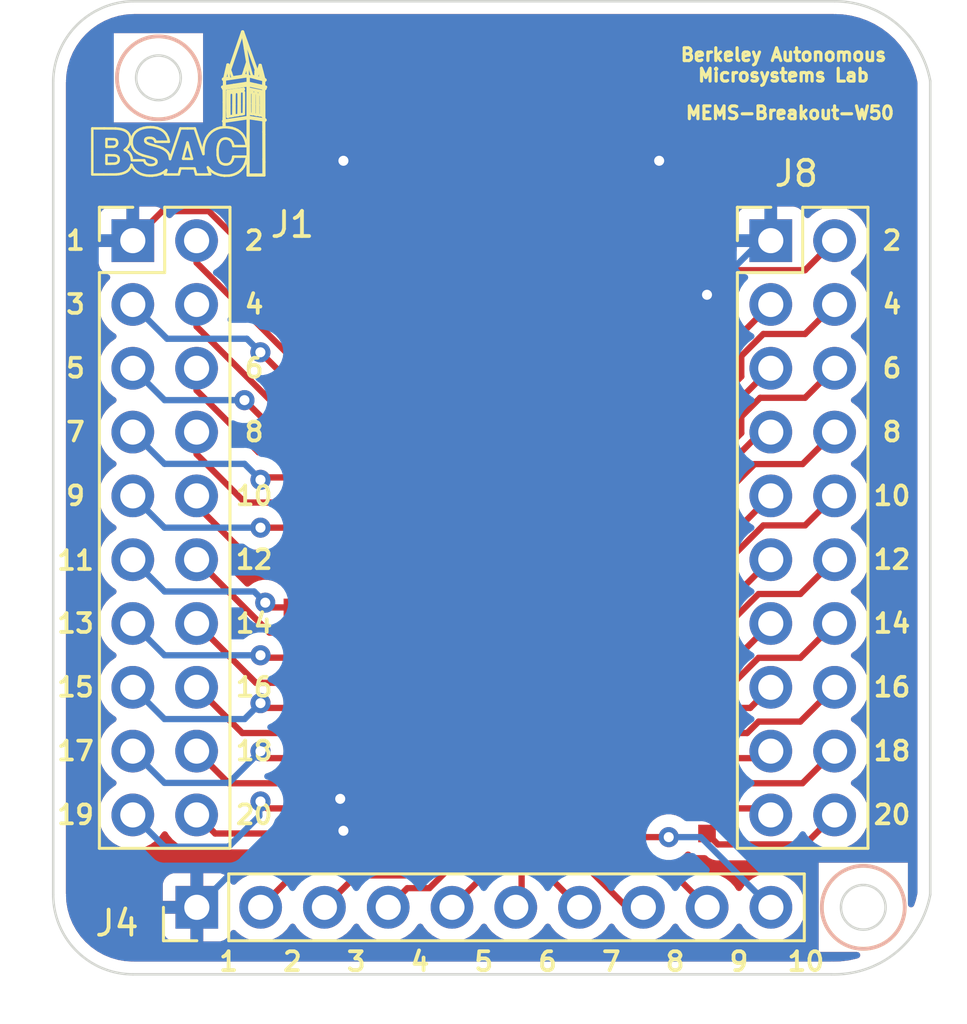
<source format=kicad_pcb>
(kicad_pcb (version 20241229) (generator "pcbnew") (generator_version "9.0")
  (title_block (title "MEMS Breakout W50") (date "2022-11-10") (rev "0") (company "Berkeley Autonomous Microsystems Lab") (comment 1 "Daniel Lovell"))
  (layers (0 "F.Cu" signal) (2 "B.Cu" signal) (13 "F.Paste" user) (15 "B.Paste" user) (5 "F.SilkS" user "F.Silkscreen") (7 "B.SilkS" user "B.Silkscreen") (1 "F.Mask" user) (3 "B.Mask" user) (25 "Edge.Cuts" user))
  (net 0 "")
  (net 1 "Net-(J3-Pad2)")
  (net 2 "Net-(J3-Pad3)")
  (net 3 "Net-(J3-Pad4)")
  (net 4 "Net-(J3-Pad5)")
  (net 5 "Net-(J3-Pad6)")
  (net 6 "Net-(J3-Pad7)")
  (net 7 "Net-(J3-Pad8)")
  (net 8 "Net-(J3-Pad9)")
  (net 9 "Net-(J3-Pad10)")
  (net 10 "L2")
  (net 11 "L3")
  (net 12 "L4")
  (net 13 "L5")
  (net 14 "L6")
  (net 15 "L7")
  (net 16 "L8")
  (net 17 "L9")
  (net 18 "L10")
  (net 19 "L11")
  (net 20 "L12")
  (net 21 "L13")
  (net 22 "L14")
  (net 23 "L15")
  (net 24 "L16")
  (net 25 "L17")
  (net 26 "L18")
  (net 27 "L19")
  (net 28 "L20")
  (net 29 "R1")
  (net 30 "R2")
  (net 31 "R3")
  (net 32 "R4")
  (net 33 "R5")
  (net 34 "R6")
  (net 35 "R7")
  (net 36 "R8")
  (net 37 "R9")
  (net 38 "R10")
  (net 39 "R11")
  (net 40 "R12")
  (net 41 "R13")
  (net 42 "R14")
  (net 43 "R15")
  (net 44 "R16")
  (net 45 "R17")
  (net 46 "R18")
  (net 47 "R19")
  (net 48 "R20")
  (footprint "external-libs:wirebondarray-dteal" (layer "F.Cu") (at 161.29 93.981 -90)
    (property "Reference" "J6" (hide yes))
    (property "Value" "Conn_01x10_Male" (hide yes))
  )
  (footprint "Connector_PinHeader_2.54mm:PinHeader_2x10_P2.54mm_Vertical" (layer "F.Cu") (at 163.83 90.556)
    (property "Reference" "J8")
    (property "Value" "Conn_02x10_Counter_Clockwise")
  )
  (footprint "external-libs:wirebondarray-dteal" (layer "F.Cu") (at 161.29 105.156 -90)
    (property "Reference" "J7" (hide yes))
    (property "Value" "Conn_01x10_Male" (hide yes))
  )
  (footprint "Connector_PinHeader_2.54mm:PinHeader_1x10_P2.54mm_Vertical" (layer "F.Cu") (at 140.975 117.094 90)
    (property "Reference" "J4")
    (property "Value" "Conn_01x10_Male")
  )
  (footprint "external-libs:wirebondarray-dteal" (layer "F.Cu") (at 144.78 105.156 -90)
    (property "Reference" "J2" (hide yes))
    (property "Value" "Conn_01x10_Male" (hide yes))
  )
  (footprint "Connector_PinHeader_2.54mm:PinHeader_2x10_P2.54mm_Vertical" (layer "F.Cu") (at 138.425 90.556)
    (property "Reference" "J1")
    (property "Value" "Conn_02x10_Counter_Clockwise")
  )
  (footprint "external-libs:wirebondarray-dteal" (layer "F.Cu") (at 148.908 114.3)
    (property "Reference" "J3" (hide yes))
    (property "Value" "Conn_01x10_Male" (hide yes))
  )
  (footprint "external-libs:wirebondarray-dteal" (layer "F.Cu") (at 144.78 93.981 -90)
    (property "Reference" "J5" (hide yes))
    (property "Value" "Conn_01x10_Male" (hide yes))
  )
  (gr_line (start 143.674814 84.134039) (end 143.652922 84.12658) (stroke (width 0.1)) (layer "F.SilkS"))
  (gr_line (start 142.134866 83.826236) (end 142.069909 84.104012) (stroke (width 0.1)) (layer "F.SilkS"))
  (gr_line (start 142.611113 87.846167) (end 142.698537 87.778916) (stroke (width 0.1)) (layer "F.SilkS"))
  (gr_line (start 137.745134 87.169879) (end 137.786957 87.185329) (stroke (width 0.1)) (layer "F.SilkS"))
  (gr_line (start 142.697692 86.792377) (end 142.965121 86.792377) (stroke (width 0.1)) (layer "F.SilkS"))
  (gr_line (start 143.001735 85.681025) (end 143.001735 86.22042) (stroke (width 0.1)) (layer "F.SilkS"))
  (gr_line (start 142.260768 87.965788) (end 142.35725 87.949616) (stroke (width 0.1)) (layer "F.SilkS"))
  (gr_line (start 142.532082 82.971437) (end 142.278102 83.708427) (stroke (width 0.1)) (layer "F.SilkS"))
  (gr_line (start 142.193536 84.914818) (end 142.195021 85.422163) (stroke (width 0.1)) (layer "F.SilkS"))
  (gr_line (start 138.39417 86.486149) (end 138.380617 86.587715) (stroke (width 0.1)) (layer "F.SilkS"))
  (gr_line (start 137.527079 87.494727) (end 137.375532 87.495762) (stroke (width 0.1)) (layer "F.SilkS"))
  (gr_line (start 139.277343 86.520305) (end 139.307735 86.561887) (stroke (width 0.1)) (layer "F.SilkS"))
  (gr_line (start 142.5373 84.581952) (end 142.836164 84.540172) (stroke (width 0.1)) (layer "F.SilkS"))
  (gr_line (start 143.633049 87.928689) (end 143.331025 87.928689) (stroke (width 0.1)) (layer "F.SilkS"))
  (gr_line (start 141.235725 87.057428) (end 141.237645 87.109793) (stroke (width 0.1)) (layer "F.SilkS"))
  (gr_line (start 142.416259 86.723544) (end 142.425578 86.765871) (stroke (width 0.1)) (layer "F.SilkS"))
  (gr_line (start 143.312895 85.538049) (end 143.312895 85.538025) (stroke (width 0.1)) (layer "F.SilkS"))
  (gr_line (start 142.075716 85.927566) (end 142.076316 85.816481) (stroke (width 0.1)) (layer "F.SilkS"))
  (gr_line (start 141.673998 86.146748) (end 141.568849 86.217959) (stroke (width 0.1)) (layer "F.SilkS"))
  (gr_line (start 141.301201 86.602733) (end 141.26457 86.728072) (stroke (width 0.1)) (layer "F.SilkS"))
  (gr_line (start 139.534948 86.125297) (end 139.405185 86.074142) (stroke (width 0.1)) (layer "F.SilkS"))
  (gr_line (start 143.200896 85.480285) (end 143.201718 85.102634) (stroke (width 0.1)) (layer "F.SilkS"))
  (gr_line (start 139.200083 87.968067) (end 139.367389 87.946145) (stroke (width 0.1)) (layer "F.SilkS"))
  (gr_line (start 143.675532 84.471467) (end 143.65523 84.465151) (stroke (width 0.1)) (layer "F.SilkS"))
  (gr_line (start 142.532368 87.889824) (end 142.611113 87.846167) (stroke (width 0.1)) (layer "F.SilkS"))
  (gr_line (start 142.227304 83.555941) (end 142.225415 83.550566) (stroke (width 0.1)) (layer "F.SilkS"))
  (gr_line (start 142.796579 82.233207) (end 142.784733 82.234437) (stroke (width 0.1)) (layer "F.SilkS"))
  (gr_line (start 138.881828 87.363407) (end 138.880521 87.357068) (stroke (width 0.1)) (layer "F.SilkS"))
  (gr_line (start 143.626366 84.16467) (end 143.626366 84.286879) (stroke (width 0.1)) (layer "F.SilkS"))
  (gr_line (start 138.880521 87.357068) (end 138.635444 87.357068) (stroke (width 0.1)) (layer "F.SilkS"))
  (gr_line (start 142.025104 84.115572) (end 142.019778 84.129291) (stroke (width 0.1)) (layer "F.SilkS"))
  (gr_line (start 142.760124 86.291104) (end 142.681869 86.21702) (stroke (width 0.1)) (layer "F.SilkS"))
  (gr_line (start 139.235562 86.489853) (end 139.277343 86.520305) (stroke (width 0.1)) (layer "F.SilkS"))
  (gr_line (start 143.315186 83.812119) (end 143.315186 83.925059) (stroke (width 0.1)) (layer "F.SilkS"))
  (gr_line (start 138.504601 87.739081) (end 138.559382 87.790774) (stroke (width 0.1)) (layer "F.SilkS"))
  (gr_line (start 142.980179 86.752972) (end 142.960256 86.743479) (stroke (width 0.1)) (layer "F.SilkS"))
  (gr_line (start 138.192192 87.797068) (end 138.251037 87.747801) (stroke (width 0.1)) (layer "F.SilkS"))
  (gr_line (start 138.928456 86.524643) (end 138.950168 86.496824) (stroke (width 0.1)) (layer "F.SilkS"))
  (gr_line (start 142.767187 84.00258) (end 142.5654 84.032152) (stroke (width 0.1)) (layer "F.SilkS"))
  (gr_line (start 143.575633 84.108508) (end 143.529063 84.09084) (stroke (width 0.1)) (layer "F.SilkS"))
  (gr_line (start 138.260656 87.036445) (end 138.198442 86.989131) (stroke (width 0.1)) (layer "F.SilkS"))
  (gr_line (start 141.237645 87.109793) (end 141.065533 86.598728) (stroke (width 0.1)) (layer "F.SilkS"))
  (gr_line (start 143.627964 85.114077) (end 143.626159 85.722667) (stroke (width 0.1)) (layer "F.SilkS"))
  (gr_line (start 142.268587 84.724859) (end 142.266517 85.163943) (stroke (width 0.1)) (layer "F.SilkS"))
  (gr_line (start 142.046388 86.03983) (end 142.037169 86.04039) (stroke (width 0.1)) (layer "F.SilkS"))
  (gr_line (start 142.89659 87.501781) (end 142.938383 87.378342) (stroke (width 0.1)) (layer "F.SilkS"))
  (gr_line (start 137.653948 86.516981) (end 137.710718 86.526262) (stroke (width 0.1)) (layer "F.SilkS"))
  (gr_line (start 139.326391 86.619509) (end 139.593506 86.619509) (stroke (width 0.1)) (layer "F.SilkS"))
  (gr_line (start 142.473912 85.561747) (end 142.47957 85.567405) (stroke (width 0.1)) (layer "F.SilkS"))
  (gr_line (start 142.259171 84.076011) (end 142.186741 84.087598) (stroke (width 0.1)) (layer "F.SilkS"))
  (gr_line (start 138.410344 86.81829) (end 138.457754 86.914231) (stroke (width 0.1)) (layer "F.SilkS"))
  (gr_line (start 142.447765 87.924301) (end 142.532368 87.889824) (stroke (width 0.1)) (layer "F.SilkS"))
  (gr_line (start 142.269432 85.596066) (end 142.277903 85.604564) (stroke (width 0.1)) (layer "F.SilkS"))
  (gr_line (start 142.490364 86.106812) (end 142.377469 86.071081) (stroke (width 0.1)) (layer "F.SilkS"))
  (gr_line (start 143.626366 84.286879) (end 143.626361 84.286878) (stroke (width 0.1)) (layer "F.SilkS"))
  (gr_line (start 142.226268 85.618042) (end 142.228426 85.561481) (stroke (width 0.1)) (layer "F.SilkS"))
  (gr_line (start 139.036204 86.693876) (end 138.986391 86.668112) (stroke (width 0.1)) (layer "F.SilkS"))
  (gr_line (start 143.166703 84.642524) (end 143.146228 84.639072) (stroke (width 0.1)) (layer "F.SilkS"))
  (gr_line (start 141.999668 84.427514) (end 141.992263 84.435683) (stroke (width 0.1)) (layer "F.SilkS"))
  (gr_line (start 138.157101 86.199607) (end 138.098279 86.166161) (stroke (width 0.1)) (layer "F.SilkS"))
  (gr_line (start 138.123447 87.836506) (end 138.192192 87.797068) (stroke (width 0.1)) (layer "F.SilkS"))
  (gr_line (start 142.325307 86.562335) (end 142.380178 86.632391) (stroke (width 0.1)) (layer "F.SilkS"))
  (gr_line (start 143.472982 85.562804) (end 143.516175 85.570504) (stroke (width 0.1)) (layer "F.SilkS"))
  (gr_line (start 143.297264 84.675421) (end 143.280044 84.687546) (stroke (width 0.1)) (layer "F.SilkS"))
  (gr_line (start 142.842981 87.606272) (end 142.89659 87.501781) (stroke (width 0.1)) (layer "F.SilkS"))
  (gr_line (start 142.061408 84.146529) (end 142.060813 84.281856) (stroke (width 0.1)) (layer "F.SilkS"))
  (gr_line (start 141.800688 86.938737) (end 141.816369 86.810063) (stroke (width 0.1)) (layer "F.SilkS"))
  (gr_line (start 142.960256 86.743479) (end 142.952354 86.709366) (stroke (width 0.1)) (layer "F.SilkS"))
  (gr_line (start 137.799713 86.696128) (end 137.782551 86.740716) (stroke (width 0.1)) (layer "F.SilkS"))
  (gr_line (start 142.322109 87.454339) (end 142.280747 87.486808) (stroke (width 0.1)) (layer "F.SilkS"))
  (gr_line (start 142.84846 85.082631) (end 142.84846 84.659169) (stroke (width 0.1)) (layer "F.SilkS"))
  (gr_line (start 139.29202 87.518555) (end 139.231851 87.538726) (stroke (width 0.1)) (layer "F.SilkS"))
  (gr_line (start 137.867561 87.90907) (end 137.962525 87.89194) (stroke (width 0.1)) (layer "F.SilkS"))
  (gr_line (start 138.414653 87.617144) (end 138.455805 87.680455) (stroke (width 0.1)) (layer "F.SilkS"))
  (gr_line (start 137.661465 86.816268) (end 137.507613 86.819993) (stroke (width 0.1)) (layer "F.SilkS"))
  (gr_line (start 142.145755 84.435633) (end 142.596071 84.367649) (stroke (width 0.1)) (layer "F.SilkS"))
  (gr_line (start 143.659936 87.425643) (end 143.657436 86.333293) (stroke (width 0.1)) (layer "F.SilkS"))
  (gr_line (start 137.842951 87.41566) (end 137.811329 87.450494) (stroke (width 0.1)) (layer "F.SilkS"))
  (gr_line (start 143.201718 85.102634) (end 143.201103 84.696048) (stroke (width 0.1)) (layer "F.SilkS"))
  (gr_line (start 143.195779 84.680345) (end 143.183612 84.657449) (stroke (width 0.1)) (layer "F.SilkS"))
  (gr_line (start 138.104537 86.948163) (end 138.127823 86.930876) (stroke (width 0.1)) (layer "F.SilkS"))
  (gr_line (start 139.703672 87.921774) (end 139.979582 87.921774) (stroke (width 0.1)) (layer "F.SilkS"))
  (gr_line (start 142.21407 83.548912) (end 142.199891 83.548662) (stroke (width 0.1)) (layer "F.SilkS"))
  (gr_line (start 143.002518 84.073999) (end 143.004043 84.207326) (stroke (width 0.1)) (layer "F.SilkS"))
  (gr_line (start 138.23446 86.824025) (end 138.289864 86.728822) (stroke (width 0.1)) (layer "F.SilkS"))
  (gr_line (start 143.344231 84.006904) (end 143.343096 83.924504) (stroke (width 0.1)) (layer "F.SilkS"))
  (gr_line (start 143.26652 84.707572) (end 143.259887 84.721402) (stroke (width 0.1)) (layer "F.SilkS"))
  (gr_line (start 142.430263 86.792377) (end 142.697692 86.792377) (stroke (width 0.1)) (layer "F.SilkS"))
  (gr_line (start 143.626361 84.286878) (end 143.623481 84.408836) (stroke (width 0.1)) (layer "F.SilkS"))
  (gr_line (start 143.724475 84.444813) (end 143.722539 84.433705) (stroke (width 0.1)) (layer "F.SilkS"))
  (gr_line (start 143.62118 84.162435) (end 143.626366 84.16467) (stroke (width 0.1)) (layer "F.SilkS"))
  (gr_line (start 138.928604 86.608668) (end 138.920942 86.566515) (stroke (width 0.1)) (layer "F.SilkS"))
  (gr_line (start 139.299789 87.309298) (end 139.331071 87.332682) (stroke (width 0.1)) (layer "F.SilkS"))
  (gr_line (start 137.863968 87.31582) (end 137.860781 87.370128) (stroke (width 0.1)) (layer "F.SilkS"))
  (gr_line (start 139.307735 86.561887) (end 139.322317 86.601646) (stroke (width 0.1)) (layer "F.SilkS"))
  (gr_line (start 137.485591 87.154252) (end 137.689008 87.160378) (stroke (width 0.1)) (layer "F.SilkS"))
  (gr_line (start 143.704782 84.158771) (end 143.698732 84.14512) (stroke (width 0.1)) (layer "F.SilkS"))
  (gr_line (start 139.249167 86.043905) (end 139.122806 86.039596) (stroke (width 0.1)) (layer "F.SilkS"))
  (gr_line (start 143.472979 85.562805) (end 143.472982 85.562804) (stroke (width 0.1)) (layer "F.SilkS"))
  (gr_line (start 143.329812 84.343723) (end 143.039024 84.27886) (stroke (width 0.1)) (layer "F.SilkS"))
  (gr_line (start 143.673159 85.772928) (end 143.694266 85.771633) (stroke (width 0.1)) (layer "F.SilkS"))
  (gr_line (start 143.703162 85.744089) (end 143.693321 85.733998) (stroke (width 0.1)) (layer "F.SilkS"))
  (gr_line (start 143.498422 84.087747) (end 143.428698 84.069257) (stroke (width 0.1)) (layer "F.SilkS"))
  (gr_line (start 142.837094 83.991901) (end 142.862556 83.903739) (stroke (width 0.1)) (layer "F.SilkS"))
  (gr_line (start 142.182634 87.520081) (end 142.121405 87.522406) (stroke (width 0.1)) (layer "F.SilkS"))
  (gr_line (start 143.259887 84.721402) (end 143.259886 85.121521) (stroke (width 0.1)) (layer "F.SilkS"))
  (gr_line (start 138.950168 86.496824) (end 138.98435 86.477315) (stroke (width 0.1)) (layer "F.SilkS"))
  (gr_line (start 143.626159 85.722667) (end 143.357835 85.682474) (stroke (width 0.1)) (layer "F.SilkS"))
  (gr_line (start 139.361373 87.451962) (end 139.346721 87.477698) (stroke (width 0.1)) (layer "F.SilkS"))
  (gr_line (start 143.092781 83.730293) (end 143.017488 83.462924) (stroke (width 0.1)) (layer "F.SilkS"))
  (gr_line (start 139.729545 86.955235) (end 139.613697 86.882585) (stroke (width 0.1)) (layer "F.SilkS"))
  (gr_line (start 143.62346 84.120781) (end 143.575633 84.108508) (stroke (width 0.1)) (layer "F.SilkS"))
  (gr_line (start 143.525811 85.569355) (end 143.530405 85.533858) (stroke (width 0.1)) (layer "F.SilkS"))
  (gr_line (start 142.683479 84.676221) (end 142.681844 85.108847) (stroke (width 0.1)) (layer "F.SilkS"))
  (gr_line (start 141.461127 87.777445) (end 141.414705 87.636488) (stroke (width 0.1)) (layer "F.SilkS"))
  (gr_line (start 141.992263 84.435683) (end 141.992531 84.446901) (stroke (width 0.1)) (layer "F.SilkS"))
  (gr_line (start 143.652922 84.12658) (end 143.652222 84.111727) (stroke (width 0.1)) (layer "F.SilkS"))
  (gr_line (start 142.843537 82.413724) (end 143.344402 83.807204) (stroke (width 0.1)) (layer "F.SilkS"))
  (gr_line (start 143.479007 84.71228) (end 143.456788 84.71616) (stroke (width 0.1)) (layer "F.SilkS"))
  (gr_line (start 138.289864 86.728822) (end 138.321986 86.625263) (stroke (width 0.1)) (layer "F.SilkS"))
  (gr_line (start 143.004043 84.274487) (end 142.902051 84.289875) (stroke (width 0.1)) (layer "F.SilkS"))
  (gr_line (start 139.848976 87.092163) (end 139.816413 87.042796) (stroke (width 0.1)) (layer "F.SilkS"))
  (gr_line (start 138.219325 86.250367) (end 138.157101 86.199607) (stroke (width 0.1)) (layer "F.SilkS"))
  (gr_line (start 142.037169 86.04039) (end 141.908989 86.057649) (stroke (width 0.1)) (layer "F.SilkS"))
  (gr_line (start 142.380178 86.632391) (end 142.416259 86.723544) (stroke (width 0.1)) (layer "F.SilkS"))
  (gr_line (start 142.29413 85.744708) (end 142.088609 85.774946) (stroke (width 0.1)) (layer "F.SilkS"))
  (gr_line (start 142.377469 86.071081) (end 142.243307 86.047302) (stroke (width 0.1)) (layer "F.SilkS"))
  (gr_line (start 142.725727 84.606233) (end 142.705492 84.621754) (stroke (width 0.1)) (layer "F.SilkS"))
  (gr_line (start 143.067171 85.638644) (end 143.041569 85.634794) (stroke (width 0.1)) (layer "F.SilkS"))
  (gr_line (start 139.51367 87.904914) (end 139.638453 87.844553) (stroke (width 0.1)) (layer "F.SilkS"))
  (gr_line (start 140.881986 87.680911) (end 140.913784 87.796156) (stroke (width 0.1)) (layer "F.SilkS"))
  (gr_line (start 143.280044 84.687546) (end 143.26652 84.707572) (stroke (width 0.1)) (layer "F.SilkS"))
  (gr_line (start 142.199801 85.62461) (end 142.210344 85.630528) (stroke (width 0.1)) (layer "F.SilkS"))
  (gr_line (start 142.210344 85.630528) (end 142.221761 85.62892) (stroke (width 0.1)) (layer "F.SilkS"))
  (gr_line (start 143.516175 85.570504) (end 143.525811 85.569355) (stroke (width 0.1)) (layer "F.SilkS"))
  (gr_line (start 143.029792 86.802769) (end 143.033697 85.675654) (stroke (width 0.1)) (layer "F.SilkS"))
  (gr_line (start 142.425163 84.696904) (end 142.398706 84.667486) (stroke (width 0.1)) (layer "F.SilkS"))
  (gr_line (start 142.487264 85.573062) (end 142.625518 85.553366) (stroke (width 0.1)) (layer "F.SilkS"))
  (gr_line (start 142.681869 86.21702) (end 142.591889 86.155524) (stroke (width 0.1)) (layer "F.SilkS"))
  (gr_line (start 142.693953 85.533898) (end 142.704405 85.534723) (stroke (width 0.1)) (layer "F.SilkS"))
  (gr_line (start 143.380894 84.097771) (end 143.62118 84.162435) (stroke (width 0.1)) (layer "F.SilkS"))
  (gr_line (start 138.890211 87.392253) (end 138.881828 87.363407) (stroke (width 0.1)) (layer "F.SilkS"))
  (gr_line (start 139.122806 86.039596) (end 138.994701 86.043882) (stroke (width 0.1)) (layer "F.SilkS"))
  (gr_line (start 142.999463 83.79927) (end 143.001123 83.967887) (stroke (width 0.1)) (layer "F.SilkS"))
  (gr_line (start 142.69395 85.533897) (end 142.693953 85.533898) (stroke (width 0.1)) (layer "F.SilkS"))
  (gr_line (start 143.365708 85.543654) (end 143.370628 85.539619) (stroke (width 0.1)) (layer "F.SilkS"))
  (gr_line (start 143.037463 84.006465) (end 143.091629 84.020902) (stroke (width 0.1)) (layer "F.SilkS"))
  (gr_line (start 142.387921 84.032812) (end 142.337009 83.883884) (stroke (width 0.1)) (layer "F.SilkS"))
  (gr_line (start 140.913784 87.796156) (end 140.946886 87.916587) (stroke (width 0.1)) (layer "F.SilkS"))
  (gr_line (start 142.278102 83.708427) (end 142.227304 83.555941) (stroke (width 0.1)) (layer "F.SilkS"))
  (gr_line (start 142.826477 86.377577) (end 142.760124 86.291104) (stroke (width 0.1)) (layer "F.SilkS"))
  (gr_line (start 143.036754 84.115004) (end 143.037463 84.006465) (stroke (width 0.1)) (layer "F.SilkS"))
  (gr_line (start 142.088998 84.276559) (end 142.089908 84.141722) (stroke (width 0.1)) (layer "F.SilkS"))
  (gr_line (start 142.774668 85.524563) (end 142.843815 85.510738) (stroke (width 0.1)) (layer "F.SilkS"))
  (gr_line (start 143.722539 84.433705) (end 143.687499 84.421217) (stroke (width 0.1)) (layer "F.SilkS"))
  (gr_line (start 142.235554 84.62274) (end 142.5373 84.581952) (stroke (width 0.1)) (layer "F.SilkS"))
  (gr_line (start 142.939888 83.663929) (end 142.990282 83.515263) (stroke (width 0.1)) (layer "F.SilkS"))
  (gr_line (start 142.995396 85.682305) (end 143.001735 85.681025) (stroke (width 0.1)) (layer "F.SilkS"))
  (gr_line (start 142.073259 87.970122) (end 142.260768 87.965788) (stroke (width 0.1)) (layer "F.SilkS"))
  (gr_line (start 139.843522 86.529114) (end 139.819837 86.4497) (stroke (width 0.1)) (layer "F.SilkS"))
  (gr_line (start 143.60112 84.618895) (end 143.104891 84.518749) (stroke (width 0.1)) (layer "F.SilkS"))
  (gr_line (start 143.703932 85.760569) (end 143.703162 85.744089) (stroke (width 0.1)) (layer "F.SilkS"))
  (gr_line (start 142.326028 84.654222) (end 142.299073 84.667056) (stroke (width 0.1)) (layer "F.SilkS"))
  (gr_line (start 141.829223 87.290831) (end 141.804212 87.160007) (stroke (width 0.1)) (layer "F.SilkS"))
  (gr_line (start 143.717869 84.453136) (end 143.724475 84.444813) (stroke (width 0.1)) (layer "F.SilkS"))
  (gr_line (start 137.514358 86.514132) (end 137.653948 86.516981) (stroke (width 0.1)) (layer "F.SilkS"))
  (gr_line (start 142.196421 84.598544) (end 142.193536 84.914818) (stroke (width 0.1)) (layer "F.SilkS"))
  (gr_line (start 139.593506 86.619509) (end 139.860622 86.619509) (stroke (width 0.1)) (layer "F.SilkS"))
  (gr_line (start 143.624793 84.457424) (end 143.564132 84.445791) (stroke (width 0.1)) (layer "F.SilkS"))
  (gr_line (start 142.687023 85.528476) (end 142.69395 85.533897) (stroke (width 0.1)) (layer "F.SilkS"))
  (gr_line (start 138.824627 87.161297) (end 139.032732 87.21991) (stroke (width 0.1)) (layer "F.SilkS"))
  (gr_line (start 139.323816 87.499626) (end 139.29202 87.518555) (stroke (width 0.1)) (layer "F.SilkS"))
  (gr_line (start 143.625948 84.447028) (end 143.624793 84.457424) (stroke (width 0.1)) (layer "F.SilkS"))
  (gr_line (start 143.001735 84.32741) (end 142.552855 84.392766) (stroke (width 0.1)) (layer "F.SilkS"))
  (gr_line (start 142.995028 84.009088) (end 143.000993 84.007833) (stroke (width 0.1)) (layer "F.SilkS"))
  (gr_line (start 142.359414 84.653186) (end 142.326028 84.654222) (stroke (width 0.1)) (layer "F.SilkS"))
  (gr_line (start 143.090784 84.678479) (end 143.085859 84.689133) (stroke (width 0.1)) (layer "F.SilkS"))
  (gr_line (start 138.920942 86.566515) (end 138.928456 86.524643) (stroke (width 0.1)) (layer "F.SilkS"))
  (gr_line (start 143.484552 83.646591) (end 143.485742 83.655578) (stroke (width 0.1)) (layer "F.SilkS"))
  (gr_line (start 138.598782 87.055075) (end 138.688149 87.105803) (stroke (width 0.1)) (layer "F.SilkS"))
  (gr_line (start 139.405185 86.074142) (end 139.249167 86.043905) (stroke (width 0.1)) (layer "F.SilkS"))
  (gr_line (start 143.000002 86.760788) (end 142.980179 86.752972) (stroke (width 0.1)) (layer "F.SilkS"))
  (gr_line (start 141.568849 86.217959) (end 141.487834 86.294429) (stroke (width 0.1)) (layer "F.SilkS"))
  (gr_line (start 138.648439 87.854074) (end 138.74687 87.903666) (stroke (width 0.1)) (layer "F.SilkS"))
  (gr_line (start 143.607218 85.10828) (end 143.607118 84.627473) (stroke (width 0.1)) (layer "F.SilkS"))
  (gr_line (start 142.982941 83.447194) (end 142.894666 83.720789) (stroke (width 0.1)) (layer "F.SilkS"))
  (gr_line (start 143.369998 85.129346) (end 143.364757 84.707878) (stroke (width 0.1)) (layer "F.SilkS"))
  (gr_line (start 142.9977 84.306747) (end 143.001735 84.316605) (stroke (width 0.1)) (layer "F.SilkS"))
  (gr_line (start 142.069909 84.104012) (end 142.049688 84.107612) (stroke (width 0.1)) (layer "F.SilkS"))
  (gr_line (start 139.26783 86.764702) (end 139.101877 86.718214) (stroke (width 0.1)) (layer "F.SilkS"))
  (gr_line (start 139.776603 86.997153) (end 139.729545 86.955235) (stroke (width 0.1)) (layer "F.SilkS"))
  (gr_line (start 140.605274 87.297142) (end 140.427836 87.294262) (stroke (width 0.1)) (layer "F.SilkS"))
  (gr_line (start 137.689008 87.160378) (end 137.745134 87.169879) (stroke (width 0.1)) (layer "F.SilkS"))
  (gr_line (start 143.041495 84.316956) (end 143.334793 84.377641) (stroke (width 0.1)) (layer "F.SilkS"))
  (gr_line (start 141.940385 86.552421) (end 141.990061 86.51734) (stroke (width 0.1)) (layer "F.SilkS"))
  (gr_line (start 142.277902 85.604565) (end 142.289381 85.60624) (stroke (width 0.1)) (layer "F.SilkS"))
  (gr_line (start 137.375488 86.512907) (end 137.514358 86.514132) (stroke (width 0.1)) (layer "F.SilkS"))
  (gr_line (start 143.311151 84.037726) (end 143.169601 83.999234) (stroke (width 0.1)) (layer "F.SilkS"))
  (gr_line (start 136.810806 87.921772) (end 137.267792 87.921772) (stroke (width 0.1)) (layer "F.SilkS"))
  (gr_line (start 142.521305 84.634795) (end 142.501791 84.6472) (stroke (width 0.1)) (layer "F.SilkS"))
  (gr_line (start 136.810806 86.086902) (end 136.810806 87.004337) (stroke (width 0.1)) (layer "F.SilkS"))
  (gr_line (start 143.001735 86.22042) (end 143.001732 86.220408) (stroke (width 0.1)) (layer "F.SilkS"))
  (gr_line (start 143.431366 85.55319) (end 143.472979 85.562805) (stroke (width 0.1)) (layer "F.SilkS"))
  (gr_line (start 143.039859 85.004499) (end 143.038954 84.373424) (stroke (width 0.1)) (layer "F.SilkS"))
  (gr_line (start 142.199891 83.548662) (end 142.134866 83.826236) (stroke (width 0.1)) (layer "F.SilkS"))
  (gr_line (start 143.331487 87.956348) (end 143.661186 87.956348) (stroke (width 0.1)) (layer "F.SilkS"))
  (gr_line (start 143.65982 84.444625) (end 143.717869 84.453136) (stroke (width 0.1)) (layer "F.SilkS"))
  (gr_line (start 138.318691 87.663434) (end 138.363115 87.56336) (stroke (width 0.1)) (layer "F.SilkS"))
  (gr_line (start 143.694266 85.771633) (end 143.703932 85.760569) (stroke (width 0.1)) (layer "F.SilkS"))
  (gr_line (start 142.990282 83.515263) (end 142.999463 83.79927) (stroke (width 0.1)) (layer "F.SilkS"))
  (gr_line (start 142.894666 83.720789) (end 142.804937 83.995839) (stroke (width 0.1)) (layer "F.SilkS"))
  (gr_line (start 141.414705 87.636488) (end 141.42532 87.649156) (stroke (width 0.1)) (layer "F.SilkS"))
  (gr_line (start 143.039024 84.27886) (end 143.037534 84.251201) (stroke (width 0.1)) (layer "F.SilkS"))
  (gr_line (start 137.79381 86.598968) (end 137.802053 86.657672) (stroke (width 0.1)) (layer "F.SilkS"))
  (gr_line (start 138.351034 87.167732) (end 138.311968 87.096402) (stroke (width 0.1)) (layer "F.SilkS"))
  (gr_line (start 140.783715 87.297142) (end 140.605274 87.297142) (stroke (width 0.1)) (layer "F.SilkS"))
  (gr_line (start 143.187797 85.519827) (end 143.196687 85.518168) (stroke (width 0.1)) (layer "F.SilkS"))
  (gr_line (start 141.487834 86.294429) (end 141.412408 86.385838) (stroke (width 0.1)) (layer "F.SilkS"))
  (gr_line (start 140.287586 87.800757) (end 140.319681 87.679741) (stroke (width 0.1)) (layer "F.SilkS"))
  (gr_line (start 142.186741 84.087598) (end 142.107636 84.099447) (stroke (width 0.1)) (layer "F.SilkS"))
  (gr_line (start 140.946886 87.916587) (end 140.948191 87.921773) (stroke (width 0.1)) (layer "F.SilkS"))
  (gr_line (start 143.652222 84.111727) (end 143.581037 83.831772) (stroke (width 0.1)) (layer "F.SilkS"))
  (gr_line (start 142.277903 85.604564) (end 142.277902 85.604565) (stroke (width 0.1)) (layer "F.SilkS"))
  (gr_line (start 142.515407 84.55059) (end 142.196421 84.598544) (stroke (width 0.1)) (layer "F.SilkS"))
  (gr_line (start 142.806224 84.609959) (end 142.779997 84.600446) (stroke (width 0.1)) (layer "F.SilkS"))
  (gr_line (start 143.670774 84.177614) (end 143.691366 84.178449) (stroke (width 0.1)) (layer "F.SilkS"))
  (gr_line (start 143.661185 84.513856) (end 143.693861 84.515406) (stroke (width 0.1)) (layer "F.SilkS"))
  (gr_line (start 138.98435 86.477315) (end 139.031923 86.465772) (stroke (width 0.1)) (layer "F.SilkS"))
  (gr_line (start 142.088609 85.774946) (end 142.08246 85.776176) (stroke (width 0.1)) (layer "F.SilkS"))
  (gr_line (start 141.820977 87.924248) (end 141.94212 87.954172) (stroke (width 0.1)) (layer "F.SilkS"))
  (gr_line (start 143.485742 83.655578) (end 143.492756 83.865112) (stroke (width 0.1)) (layer "F.SilkS"))
  (gr_line (start 143.094948 84.53544) (end 143.100325 84.543373) (stroke (width 0.1)) (layer "F.SilkS"))
  (gr_line (start 142.964796 87.248746) (end 142.968616 87.220511) (stroke (width 0.1)) (layer "F.SilkS"))
  (gr_line (start 143.428698 84.069257) (end 143.358975 84.048313) (stroke (width 0.1)) (layer "F.SilkS"))
  (gr_line (start 143.62953 86.22881) (end 143.631985 87.31155) (stroke (width 0.1)) (layer "F.SilkS"))
  (gr_line (start 143.001123 83.967887) (end 142.920336 83.98016) (stroke (width 0.1)) (layer "F.SilkS"))
  (gr_line (start 142.963605 86.78431) (end 142.964616 86.776243) (stroke (width 0.1)) (layer "F.SilkS"))
  (gr_line (start 143.000993 84.007833) (end 143.002518 84.073999) (stroke (width 0.1)) (layer "F.SilkS"))
  (gr_line (start 141.934657 87.461483) (end 141.900964 87.429534) (stroke (width 0.1)) (layer "F.SilkS"))
  (gr_line (start 142.419915 87.255268) (end 142.405026 87.31545) (stroke (width 0.1)) (layer "F.SilkS"))
  (gr_line (start 138.376691 87.247445) (end 138.351034 87.167732) (stroke (width 0.1)) (layer "F.SilkS"))
  (gr_line (start 138.380617 86.587715) (end 138.384612 86.709395) (stroke (width 0.1)) (layer "F.SilkS"))
  (gr_line (start 139.172153 86.467848) (end 139.235562 86.489853) (stroke (width 0.1)) (layer "F.SilkS"))
  (gr_line (start 142.429188 86.787191) (end 142.430263 86.792377) (stroke (width 0.1)) (layer "F.SilkS"))
  (gr_line (start 138.724414 86.109757) (end 138.617785 86.16592) (stroke (width 0.1)) (layer "F.SilkS"))
  (gr_line (start 143.626416 84.11579) (end 143.626415 84.115791) (stroke (width 0.1)) (layer "F.SilkS"))
  (gr_line (start 143.312895 85.538025) (end 143.359314 85.547454) (stroke (width 0.1)) (layer "F.SilkS"))
  (gr_line (start 142.383655 87.368909) (end 142.355962 87.415315) (stroke (width 0.1)) (layer "F.SilkS"))
  (gr_line (start 142.397923 84.056437) (end 142.387921 84.032812) (stroke (width 0.1)) (layer "F.SilkS"))
  (gr_line (start 142.596071 84.367649) (end 142.9977 84.306747) (stroke (width 0.1)) (layer "F.SilkS"))
  (gr_line (start 143.001789 87.956348) (end 143.331487 87.956348) (stroke (width 0.1)) (layer "F.SilkS"))
  (gr_line (start 142.06034 84.449358) (end 142.061371 84.456079) (stroke (width 0.1)) (layer "F.SilkS"))
  (gr_line (start 139.859082 86.607409) (end 139.843522 86.529114) (stroke (width 0.1)) (layer "F.SilkS"))
  (gr_line (start 143.564132 84.445791) (end 143.277172 84.381496) (stroke (width 0.1)) (layer "F.SilkS"))
  (gr_line (start 139.909552 87.308334) (end 139.903151 87.262577) (stroke (width 0.1)) (layer "F.SilkS"))
  (gr_line (start 142.784733 82.234437) (end 142.532082 82.971437) (stroke (width 0.1)) (layer "F.SilkS"))
  (gr_line (start 142.076316 85.816481) (end 142.191561 85.799721) (stroke (width 0.1)) (layer "F.SilkS"))
  (gr_line (start 142.16444 86.490366) (end 142.252957 86.514588) (stroke (width 0.1)) (layer "F.SilkS"))
  (gr_line (start 143.004043 84.207326) (end 143.004043 84.274487) (stroke (width 0.1)) (layer "F.SilkS"))
  (gr_line (start 139.712126 86.26487) (end 139.659719 86.211447) (stroke (width 0.1)) (layer "F.SilkS"))
  (gr_line (start 138.12667 86.95573) (end 138.104537 86.948163) (stroke (width 0.1)) (layer "F.SilkS"))
  (gr_line (start 143.017488 83.462924) (end 142.930241 82.938594) (stroke (width 0.1)) (layer "F.SilkS"))
  (gr_line (start 143.331025 87.928689) (end 143.029002 87.928689) (stroke (width 0.1)) (layer "F.SilkS"))
  (gr_line (start 138.994701 86.043882) (end 138.849784 86.069189) (stroke (width 0.1)) (layer "F.SilkS"))
  (gr_line (start 143.338133 84.675221) (end 143.297264 84.675421) (stroke (width 0.1)) (layer "F.SilkS"))
  (gr_line (start 139.346721 87.477698) (end 139.323816 87.499626) (stroke (width 0.1)) (layer "F.SilkS"))
  (gr_line (start 143.687499 84.421217) (end 143.654503 84.412611) (stroke (width 0.1)) (layer "F.SilkS"))
  (gr_line (start 143.001736 84.374631) (end 143.001736 85.006866) (stroke (width 0.1)) (layer "F.SilkS"))
  (gr_line (start 143.51966 84.738361) (end 143.503595 84.718427) (stroke (width 0.1)) (layer "F.SilkS"))
  (gr_line (start 137.375488 86.819993) (end 137.375488 86.66645) (stroke (width 0.1)) (layer "F.SilkS"))
  (gr_line (start 142.020586 84.492647) (end 142.024861 84.505217) (stroke (width 0.1)) (layer "F.SilkS"))
  (gr_line (start 143.196687 85.518168) (end 143.200896 85.480285) (stroke (width 0.1)) (layer "F.SilkS"))
  (gr_line (start 142.398706 84.667486) (end 142.359414 84.653186) (stroke (width 0.1)) (layer "F.SilkS"))
  (gr_line (start 142.427961 87.211867) (end 142.426956 87.217053) (stroke (width 0.1)) (layer "F.SilkS"))
  (gr_line (start 142.073235 87.97012) (end 142.073259 87.970122) (stroke (width 0.1)) (layer "F.SilkS"))
  (gr_line (start 143.631985 87.31155) (end 143.633049 87.928689) (stroke (width 0.1)) (layer "F.SilkS"))
  (gr_line (start 142.075116 86.038651) (end 142.075716 85.927566) (stroke (width 0.1)) (layer "F.SilkS"))
  (gr_line (start 143.607118 84.627473) (end 143.60112 84.618895) (stroke (width 0.1)) (layer "F.SilkS"))
  (gr_line (start 138.559382 87.790774) (end 138.648439 87.854074) (stroke (width 0.1)) (layer "F.SilkS"))
  (gr_line (start 142.683599 85.487541) (end 142.687023 85.528476) (stroke (width 0.1)) (layer "F.SilkS"))
  (gr_line (start 142.479017 84.682426) (end 142.475255 84.731951) (stroke (width 0.1)) (layer "F.SilkS"))
  (gr_line (start 142.691306 84.6452) (end 142.683479 84.676221) (stroke (width 0.1)) (layer "F.SilkS"))
  (gr_line (start 138.030642 86.138728) (end 137.953572 86.117101) (stroke (width 0.1)) (layer "F.SilkS"))
  (gr_line (start 140.515038 86.965882) (end 140.602991 86.644349) (stroke (width 0.1)) (layer "F.SilkS"))
  (gr_line (start 143.259886 85.121521) (end 143.263916 85.525246) (stroke (width 0.1)) (layer "F.SilkS"))
  (gr_line (start 138.372684 87.532322) (end 138.382801 87.551394) (stroke (width 0.1)) (layer "F.SilkS"))
  (gr_line (start 143.577675 85.113996) (end 143.58128 85.588229) (stroke (width 0.1)) (layer "F.SilkS"))
  (gr_line (start 142.083425 85.357119) (end 142.08733 84.509094) (stroke (width 0.1)) (layer "F.SilkS"))
  (gr_line (start 141.908989 86.057649) (end 141.787655 86.093206) (stroke (width 0.1)) (layer "F.SilkS"))
  (gr_line (start 143.146228 84.639072) (end 143.12362 84.643574) (stroke (width 0.1)) (layer "F.SilkS"))
  (gr_line (start 143.332475 85.718834) (end 143.62814 85.763208) (stroke (width 0.1)) (layer "F.SilkS"))
  (gr_line (start 142.920336 83.98016) (end 142.837094 83.991901) (stroke (width 0.1)) (layer "F.SilkS"))
  (gr_line (start 139.032732 87.21991) (end 139.209244 87.269222) (stroke (width 0.1)) (layer "F.SilkS"))
  (gr_line (start 138.363115 87.56336) (end 138.372684 87.532322) (stroke (width 0.1)) (layer "F.SilkS"))
  (gr_line (start 143.693321 85.733998) (end 143.669636 85.727451) (stroke (width 0.1)) (layer "F.SilkS"))
  (gr_line (start 138.985559 87.509253) (end 138.926532 87.459271) (stroke (width 0.1)) (layer "F.SilkS"))
  (gr_line (start 143.698732 84.14512) (end 143.674814 84.134039) (stroke (width 0.1)) (layer "F.SilkS"))
  (gr_line (start 142.228426 85.561481) (end 142.228054 85.120675) (stroke (width 0.1)) (layer "F.SilkS"))
  (gr_line (start 142.844631 84.518219) (end 142.83578 84.509852) (stroke (width 0.1)) (layer "F.SilkS"))
  (gr_line (start 142.047385 84.514039) (end 142.050645 85.042334) (stroke (width 0.1)) (layer "F.SilkS"))
  (gr_line (start 143.043801 84.32919) (end 143.038614 84.322405) (stroke (width 0.1)) (layer "F.SilkS"))
  (gr_line (start 140.69423 86.972728) (end 140.783715 87.297142) (stroke (width 0.1)) (layer "F.SilkS"))
  (gr_line (start 143.085859 84.689133) (end 143.085259 85.090475) (stroke (width 0.1)) (layer "F.SilkS"))
  (gr_line (start 138.951003 86.640012) (end 138.928604 86.608668) (stroke (width 0.1)) (layer "F.SilkS"))
  (gr_line (start 142.964616 86.776243) (end 142.984464 86.784816) (stroke (width 0.1)) (layer "F.SilkS"))
  (gr_line (start 143.623481 84.408836) (end 143.329812 84.343723) (stroke (width 0.1)) (layer "F.SilkS"))
  (gr_line (start 138.849784 86.069189) (end 138.724414 86.109757) (stroke (width 0.1)) (layer "F.SilkS"))
  (gr_line (start 143.136662 85.510842) (end 143.187797 85.519827) (stroke (width 0.1)) (layer "F.SilkS"))
  (gr_line (start 139.638453 87.844553) (end 139.741263 87.765239) (stroke (width 0.1)) (layer "F.SilkS"))
  (gr_line (start 139.819837 86.4497) (end 139.757087 86.324482) (stroke (width 0.1)) (layer "F.SilkS"))
  (gr_line (start 138.267054 86.310202) (end 138.219325 86.250367) (stroke (width 0.1)) (layer "F.SilkS"))
  (gr_line (start 143.492756 83.865112) (end 143.492756 83.865112) (stroke (width 0.1)) (layer "F.SilkS"))
  (gr_line (start 142.060813 84.281856) (end 142.060218 84.417184) (stroke (width 0.1)) (layer "F.SilkS"))
  (gr_line (start 137.866452 86.101069) (end 137.7334 86.089878) (stroke (width 0.1)) (layer "F.SilkS"))
  (gr_line (start 142.698946 87.211867) (end 142.427961 87.211867) (stroke (width 0.1)) (layer "F.SilkS"))
  (gr_line (start 143.088814 85.496948) (end 143.136666 85.510841) (stroke (width 0.1)) (layer "F.SilkS"))
  (gr_line (start 142.103748 86.488757) (end 142.16444 86.490366) (stroke (width 0.1)) (layer "F.SilkS"))
  (gr_line (start 137.830753 87.217373) (end 137.856395 87.26336) (stroke (width 0.1)) (layer "F.SilkS"))
  (gr_line (start 143.529476 84.768652) (end 143.51966 84.738361) (stroke (width 0.1)) (layer "F.SilkS"))
  (gr_line (start 143.483944 83.56205) (end 143.414204 83.783665) (stroke (width 0.1)) (layer "F.SilkS"))
  (gr_line (start 143.654515 84.454132) (end 143.654681 84.444752) (stroke (width 0.1)) (layer "F.SilkS"))
  (gr_line (start 142.046617 84.147909) (end 142.061408 84.146529) (stroke (width 0.1)) (layer "F.SilkS"))
  (gr_line (start 143.526036 84.481643) (end 143.625801 84.504566) (stroke (width 0.1)) (layer "F.SilkS"))
  (gr_line (start 142.235002 87.508469) (end 142.182634 87.520081) (stroke (width 0.1)) (layer "F.SilkS"))
  (gr_line (start 140.60684 86.087113) (end 140.319742 86.087079) (stroke (width 0.1)) (layer "F.SilkS"))
  (gr_line (start 142.042086 85.781886) (end 142.033268 85.786806) (stroke (width 0.1)) (layer "F.SilkS"))
  (gr_line (start 142.20986 83.625929) (end 142.227179 83.740667) (stroke (width 0.1)) (layer "F.SilkS"))
  (gr_line (start 142.289381 85.60624) (end 142.35941 85.596218) (stroke (width 0.1)) (layer "F.SilkS"))
  (gr_line (start 142.565401 84.032151) (end 142.397923 84.056437) (stroke (width 0.1)) (layer "F.SilkS"))
  (gr_line (start 138.322061 86.461921) (end 138.301047 86.380319) (stroke (width 0.1)) (layer "F.SilkS"))
  (gr_line (start 139.762403 87.747754) (end 139.732196 87.837069) (stroke (width 0.1)) (layer "F.SilkS"))
  (gr_line (start 139.153739 87.547511) (end 139.062794 87.53955) (stroke (width 0.1)) (layer "F.SilkS"))
  (gr_line (start 142.299073 84.667056) (end 142.279581 84.690874) (stroke (width 0.1)) (layer "F.SilkS"))
  (gr_line (start 143.62814 85.763208) (end 143.62953 86.22881) (stroke (width 0.1)) (layer "F.SilkS"))
  (gr_line (start 143.58128 85.588229) (end 143.581267 85.588228) (stroke (width 0.1)) (layer "F.SilkS"))
  (gr_line (start 137.75344 86.775906) (end 137.712903 86.801243) (stroke (width 0.1)) (layer "F.SilkS"))
  (gr_line (start 141.844724 86.703216) (end 141.885985 86.61755) (stroke (width 0.1)) (layer "F.SilkS"))
  (gr_line (start 142.83578 84.509852) (end 142.515407 84.55059) (stroke (width 0.1)) (layer "F.SilkS"))
  (gr_line (start 137.782551 86.740716) (end 137.75344 86.775906) (stroke (width 0.1)) (layer "F.SilkS"))
  (gr_line (start 139.3662 87.390173) (end 139.368413 87.421606) (stroke (width 0.1)) (layer "F.SilkS"))
  (gr_line (start 139.903151 87.262577) (end 139.892346 87.202056) (stroke (width 0.1)) (layer "F.SilkS"))
  (gr_line (start 143.656383 85.724881) (end 143.656382 85.366057) (stroke (width 0.1)) (layer "F.SilkS"))
  (gr_line (start 137.283887 86.087712) (end 136.810806 86.086902) (stroke (width 0.1)) (layer "F.SilkS"))
  (gr_line (start 142.965121 86.792377) (end 142.963605 86.78431) (stroke (width 0.1)) (layer "F.SilkS"))
  (gr_line (start 143.330436 83.812119) (end 143.315186 83.812119) (stroke (width 0.1)) (layer "F.SilkS"))
  (gr_line (start 142.804937 83.995839) (end 142.767187 84.00258) (stroke (width 0.1)) (layer "F.SilkS"))
  (gr_line (start 141.412408 86.385838) (end 141.350866 86.48758) (stroke (width 0.1)) (layer "F.SilkS"))
  (gr_line (start 142.08733 84.509094) (end 142.672135 84.423022) (stroke (width 0.1)) (layer "F.SilkS"))
  (gr_line (start 137.811329 87.450494) (end 137.765308 87.475094) (stroke (width 0.1)) (layer "F.SilkS"))
  (gr_line (start 142.486693 84.665702) (end 142.479017 84.682426) (stroke (width 0.1)) (layer "F.SilkS"))
  (gr_line (start 143.001736 85.639101) (end 142.937775 85.648863) (stroke (width 0.1)) (layer "F.SilkS"))
  (gr_line (start 139.35348 87.360086) (end 139.3662 87.390173) (stroke (width 0.1)) (layer "F.SilkS"))
  (gr_line (start 142.681844 85.108847) (end 142.683599 85.487541) (stroke (width 0.1)) (layer "F.SilkS"))
  (gr_line (start 143.654681 84.444752) (end 143.65982 84.444625) (stroke (width 0.1)) (layer "F.SilkS"))
  (gr_line (start 142.894451 82.907644) (end 142.982941 83.447194) (stroke (width 0.1)) (layer "F.SilkS"))
  (gr_line (start 143.422379 84.76289) (end 143.421769 85.151266) (stroke (width 0.1)) (layer "F.SilkS"))
  (gr_line (start 139.062794 87.53955) (end 138.985559 87.509253) (stroke (width 0.1)) (layer "F.SilkS"))
  (gr_line (start 142.35941 85.596218) (end 142.427981 85.583282) (stroke (width 0.1)) (layer "F.SilkS"))
  (gr_line (start 143.037534 84.251201) (end 143.036754 84.115004) (stroke (width 0.1)) (layer "F.SilkS"))
  (gr_line (start 142.432421 84.710523) (end 142.425163 84.696904) (stroke (width 0.1)) (layer "F.SilkS"))
  (gr_line (start 142.280747 87.486808) (end 142.235002 87.508469) (stroke (width 0.1)) (layer "F.SilkS"))
  (gr_line (start 137.661465 86.81627) (end 137.661465 86.816268) (stroke (width 0.1)) (layer "F.SilkS"))
  (gr_line (start 142.107636 84.099447) (end 142.101028 84.099791) (stroke (width 0.1)) (layer "F.SilkS"))
  (gr_line (start 142.225415 83.550566) (end 142.21407 83.548912) (stroke (width 0.1)) (layer "F.SilkS"))
  (gr_line (start 143.456788 84.71616) (end 143.427524 84.750187) (stroke (width 0.1)) (layer "F.SilkS"))
  (gr_line (start 142.35725 87.949616) (end 142.447765 87.924301) (stroke (width 0.1)) (layer "F.SilkS"))
  (gr_line (start 142.969931 87.211867) (end 142.698946 87.211867) (stroke (width 0.1)) (layer "F.SilkS"))
  (gr_line (start 143.653312 84.512101) (end 143.661185 84.513856) (stroke (width 0.1)) (layer "F.SilkS"))
  (gr_line (start 143.414204 83.783665) (end 143.344231 84.006904) (stroke (width 0.1)) (layer "F.SilkS"))
  (gr_line (start 142.475255 84.731951) (end 142.473912 85.132263) (stroke (width 0.1)) (layer "F.SilkS"))
  (gr_line (start 142.101028 84.099791) (end 142.101153 84.094216) (stroke (width 0.1)) (layer "F.SilkS"))
  (gr_line (start 142.093653 84.411396) (end 142.088998 84.276559) (stroke (width 0.1)) (layer "F.SilkS"))
  (gr_line (start 142.5654 84.032152) (end 142.565401 84.032151) (stroke (width 0.1)) (layer "F.SilkS"))
  (gr_line (start 142.672135 84.423022) (end 142.995397 84.375796) (stroke (width 0.1)) (layer "F.SilkS"))
  (gr_line (start 143.34142 84.594961) (end 143.57854 84.643035) (stroke (width 0.1)) (layer "F.SilkS"))
  (gr_line (start 142.048395 85.676164) (end 142.042086 85.781886) (stroke (width 0.1)) (layer "F.SilkS"))
  (gr_line (start 143.705961 84.499576) (end 143.700179 84.481717) (stroke (width 0.1)) (layer "F.SilkS"))
  (gr_line (start 140.602991 86.644349) (end 140.69423 86.972728) (stroke (width 0.1)) (layer "F.SilkS"))
  (gr_line (start 143.65523 84.465151) (end 143.654515 84.454132) (stroke (width 0.1)) (layer "F.SilkS"))
  (gr_line (start 142.228054 85.120675) (end 142.226529 84.624155) (stroke (width 0.1)) (layer "F.SilkS"))
  (gr_line (start 141.508194 87.919763) (end 141.461127 87.777445) (stroke (width 0.1)) (layer "F.SilkS"))
  (gr_line (start 140.114978 86.697299) (end 139.909552 87.308334) (stroke (width 0.1)) (layer "F.SilkS"))
  (gr_circle (center 139.446 84.074) (end 139.446 82.423) (stroke (width 0.15)) (fill no) (layer "F.SilkS"))
  (gr_line (start 141.973513 87.48673) (end 141.934657 87.461483) (stroke (width 0.1)) (layer "F.SilkS"))
  (gr_line (start 137.743177 86.538706) (end 137.767628 86.557349) (stroke (width 0.1)) (layer "F.SilkS"))
  (gr_line (start 142.938383 87.378342) (end 142.964796 87.248746) (stroke (width 0.1)) (layer "F.SilkS"))
  (gr_line (start 139.367389 87.946145) (end 139.51367 87.904914) (stroke (width 0.1)) (layer "F.SilkS"))
  (gr_line (start 139.860622 86.619509) (end 139.859082 86.607409) (stroke (width 0.1)) (layer "F.SilkS"))
  (gr_line (start 143.091629 84.020902) (end 143.380894 84.097771) (stroke (width 0.1)) (layer "F.SilkS"))
  (gr_line (start 143.57854 84.643035) (end 143.577675 85.113996) (stroke (width 0.1)) (layer "F.SilkS"))
  (gr_line (start 142.608028 84.646124) (end 142.569322 84.630105) (stroke (width 0.1)) (layer "F.SilkS"))
  (gr_line (start 142.405026 87.31545) (end 142.383655 87.368909) (stroke (width 0.1)) (layer "F.SilkS"))
  (gr_line (start 142.698537 87.778916) (end 142.776548 87.699948) (stroke (width 0.1)) (layer "F.SilkS"))
  (gr_line (start 137.710718 86.526262) (end 137.743177 86.538706) (stroke (width 0.1)) (layer "F.SilkS"))
  (gr_line (start 143.041569 85.634794) (end 143.039859 85.004499) (stroke (width 0.1)) (layer "F.SilkS"))
  (gr_line (start 143.531846 85.172073) (end 143.529476 84.768652) (stroke (width 0.1)) (layer "F.SilkS"))
  (gr_line (start 139.732196 87.837069) (end 139.703672 87.921774) (stroke (width 0.1)) (layer "F.SilkS"))
  (gr_line (start 143.661186 87.956348) (end 143.659936 87.425643) (stroke (width 0.1)) (layer "F.SilkS"))
  (gr_line (start 142.836164 84.540172) (end 142.845146 84.531095) (stroke (width 0.1)) (layer "F.SilkS"))
  (gr_line (start 138.635444 87.357068) (end 138.390368 87.357068) (stroke (width 0.1)) (layer "F.SilkS"))
  (gr_line (start 143.357835 85.682474) (end 143.067171 85.638644) (stroke (width 0.1)) (layer "F.SilkS"))
  (gr_line (start 143.183612 84.657449) (end 143.166703 84.642524) (stroke (width 0.1)) (layer "F.SilkS"))
  (gr_line (start 142.195021 85.422163) (end 142.199796 85.624612) (stroke (width 0.1)) (layer "F.SilkS"))
  (gr_line (start 142.032559 84.421204) (end 141.999668 84.427514) (stroke (width 0.1)) (layer "F.SilkS"))
  (gr_line (start 142.101153 84.094216) (end 142.20986 83.625929) (stroke (width 0.1)) (layer "F.SilkS"))
  (gr_line (start 142.473912 85.132263) (end 142.473912 85.561747) (stroke (width 0.1)) (layer "F.SilkS"))
  (gr_line (start 143.529063 84.09084) (end 143.516044 83.70333) (stroke (width 0.1)) (layer "F.SilkS"))
  (gr_line (start 138.617785 86.16592) (end 138.529093 86.238013) (stroke (width 0.1)) (layer "F.SilkS"))
  (gr_line (start 142.625518 85.553366) (end 142.635314 85.54765) (stroke (width 0.1)) (layer "F.SilkS"))
  (gr_line (start 139.368413 87.421606) (end 139.361373 87.451962) (stroke (width 0.1)) (layer "F.SilkS"))
  (gr_line (start 140.255492 87.921774) (end 140.287586 87.800757) (stroke (width 0.1)) (layer "F.SilkS"))
  (gr_line (start 137.375488 86.66645) (end 137.375488 86.512907) (stroke (width 0.1)) (layer "F.SilkS"))
  (gr_line (start 142.019778 84.129291) (end 142.025854 84.143319) (stroke (width 0.1)) (layer "F.SilkS"))
  (gr_line (start 139.741263 87.765239) (end 139.762403 87.747754) (stroke (width 0.1)) (layer "F.SilkS"))
  (gr_line (start 143.499097 84.076106) (end 143.498422 84.087747) (stroke (width 0.1)) (layer "F.SilkS"))
  (gr_line (start 138.321986 86.625263) (end 138.326575 86.544705) (stroke (width 0.1)) (layer "F.SilkS"))
  (gr_line (start 142.845146 84.531095) (end 142.844631 84.518219) (stroke (width 0.1)) (layer "F.SilkS"))
  (gr_line (start 143.571605 83.903687) (end 143.626416 84.11579) (stroke (width 0.1)) (layer "F.SilkS"))
  (gr_line (start 139.209244 87.269222) (end 139.299789 87.309298) (stroke (width 0.1)) (layer "F.SilkS"))
  (gr_line (start 142.968616 87.220511) (end 142.969931 87.211867) (stroke (width 0.1)) (layer "F.SilkS"))
  (gr_line (start 142.828123 84.626314) (end 142.806224 84.609959) (stroke (width 0.1)) (layer "F.SilkS"))
  (gr_line (start 138.976218 87.963537) (end 139.083037 87.969567) (stroke (width 0.1)) (layer "F.SilkS"))
  (gr_line (start 137.267792 87.921772) (end 137.761617 87.919442) (stroke (width 0.1)) (layer "F.SilkS"))
  (gr_line (start 142.633134 84.677218) (end 142.608028 84.646124) (stroke (width 0.1)) (layer "F.SilkS"))
  (gr_line (start 143.427524 84.750187) (end 143.422379 84.76289) (stroke (width 0.1)) (layer "F.SilkS"))
  (gr_line (start 142.425578 86.765871) (end 142.429188 86.787191) (stroke (width 0.1)) (layer "F.SilkS"))
  (gr_line (start 143.652138 84.292585) (end 143.654043 84.174009) (stroke (width 0.1)) (layer "F.SilkS"))
  (gr_line (start 143.001735 84.316605) (end 143.001735 84.32741) (stroke (width 0.1)) (layer "F.SilkS"))
  (gr_line (start 142.704405 85.534723) (end 142.774668 85.524563) (stroke (width 0.1)) (layer "F.SilkS"))
  (gr_line (start 138.251037 87.747801) (end 138.318691 87.663434) (stroke (width 0.1)) (layer "F.SilkS"))
  (gr_line (start 141.94212 87.954172) (end 142.073235 87.97012) (stroke (width 0.1)) (layer "F.SilkS"))
  (gr_line (start 143.100002 83.044168) (end 142.813928 82.244643) (stroke (width 0.1)) (layer "F.SilkS"))
  (gr_line (start 141.350866 86.48758) (end 141.301201 86.602733) (stroke (width 0.1)) (layer "F.SilkS"))
  (gr_line (start 143.100325 84.543373) (end 143.34142 84.594961) (stroke (width 0.1)) (layer "F.SilkS"))
  (gr_line (start 142.591889 86.155524) (end 142.490364 86.106812) (stroke (width 0.1)) (layer "F.SilkS"))
  (gr_line (start 142.006174 84.455455) (end 142.05388 84.449376) (stroke (width 0.1)) (layer "F.SilkS"))
  (gr_line (start 142.040189 84.467815) (end 142.025131 84.476589) (stroke (width 0.1)) (layer "F.SilkS"))
  (gr_line (start 141.885985 86.61755) (end 141.940385 86.552421) (stroke (width 0.1)) (layer "F.SilkS"))
  (gr_line (start 142.049867 86.494651) (end 142.103748 86.488757) (stroke (width 0.1)) (layer "F.SilkS"))
  (gr_line (start 137.507613 86.819993) (end 137.375488 86.819993) (stroke (width 0.1)) (layer "F.SilkS"))
  (gr_line (start 142.639863 85.117268) (end 142.639862 84.691438) (stroke (width 0.1)) (layer "F.SilkS"))
  (gr_line (start 143.334793 84.377641) (end 143.625211 84.438263) (stroke (width 0.1)) (layer "F.SilkS"))
  (gr_line (start 143.693861 84.515406) (end 143.705961 84.499576) (stroke (width 0.1)) (layer "F.SilkS"))
  (gr_line (start 142.920336 83.98016) (end 142.920336 83.98016) (stroke (width 0.1)) (layer "F.SilkS"))
  (gr_line (start 142.252957 86.514588) (end 142.325307 86.562335) (stroke (width 0.1)) (layer "F.SilkS"))
  (gr_line (start 142.121405 87.522406) (end 142.065684 87.517692) (stroke (width 0.1)) (layer "F.SilkS"))
  (gr_line (start 143.625211 84.438263) (end 143.625946 84.447028) (stroke (width 0.1)) (layer "F.SilkS"))
  (gr_line (start 138.455805 87.680455) (end 138.504601 87.739081) (stroke (width 0.1)) (layer "F.SilkS"))
  (gr_line (start 138.311968 87.096402) (end 138.260656 87.036445) (stroke (width 0.1)) (layer "F.SilkS"))
  (gr_line (start 142.060218 84.417184) (end 142.032559 84.421204) (stroke (width 0.1)) (layer "F.SilkS"))
  (gr_line (start 140.893938 86.087148) (end 140.60684 86.087113) (stroke (width 0.1)) (layer "F.SilkS"))
  (gr_line (start 138.326575 86.544705) (end 138.322061 86.461921) (stroke (width 0.1)) (layer "F.SilkS"))
  (gr_line (start 139.475698 86.825255) (end 139.26783 86.764702) (stroke (width 0.1)) (layer "F.SilkS"))
  (gr_line (start 138.198442 86.989131) (end 138.12667 86.95573) (stroke (width 0.1)) (layer "F.SilkS"))
  (gr_line (start 142.984464 86.784816) (end 143.001789 86.793388) (stroke (width 0.1)) (layer "F.SilkS"))
  (gr_line (start 137.704285 87.489924) (end 137.704285 87.489921) (stroke (width 0.1)) (layer "F.SilkS"))
  (gr_line (start 141.816369 86.810063) (end 141.844724 86.703216) (stroke (width 0.1)) (layer "F.SilkS"))
  (gr_line (start 139.101877 86.718214) (end 139.036204 86.693876) (stroke (width 0.1)) (layer "F.SilkS"))
  (gr_line (start 142.449181 84.358328) (end 142.449184 84.358331) (stroke (width 0.1)) (layer "F.SilkS"))
  (gr_line (start 143.492756 83.865112) (end 143.499097 84.076106) (stroke (width 0.1)) (layer "F.SilkS"))
  (gr_line (start 142.08246 85.776176) (end 142.083425 85.357119) (stroke (width 0.1)) (layer "F.SilkS"))
  (gr_line (start 143.701324 84.170684) (end 143.704782 84.158771) (stroke (width 0.1)) (layer "F.SilkS"))
  (gr_line (start 143.700179 84.481717) (end 143.675532 84.471467) (stroke (width 0.1)) (layer "F.SilkS"))
  (gr_line (start 137.962525 87.89194) (end 138.047492 87.867828) (stroke (width 0.1)) (layer "F.SilkS"))
  (gr_line (start 142.937775 85.648863) (end 142.29413 85.744709) (stroke (width 0.1)) (layer "F.SilkS"))
  (gr_line (start 140.948191 87.921773) (end 141.228193 87.921773) (stroke (width 0.1)) (layer "F.SilkS"))
  (gr_line (start 143.626415 84.115791) (end 143.62346 84.120781) (stroke (width 0.1)) (layer "F.SilkS"))
  (gr_line (start 142.880751 86.476243) (end 142.826477 86.377577) (stroke (width 0.1)) (layer "F.SilkS"))
  (gr_line (start 137.860781 87.370128) (end 137.842951 87.41566) (stroke (width 0.1)) (layer "F.SilkS"))
  (gr_line (start 143.343096 83.924504) (end 143.342896 83.839798) (stroke (width 0.1)) (layer "F.SilkS"))
  (gr_line (start 142.221761 85.62892) (end 142.226268 85.618042) (stroke (width 0.1)) (layer "F.SilkS"))
  (gr_line (start 143.277172 84.381496) (end 143.043801 84.32919) (stroke (width 0.1)) (layer "F.SilkS"))
  (gr_line (start 143.001736 85.006866) (end 143.001736 85.639101) (stroke (width 0.1)) (layer "F.SilkS"))
  (gr_line (start 143.201103 84.696048) (end 143.195779 84.680345) (stroke (width 0.1)) (layer "F.SilkS"))
  (gr_line (start 142.952354 86.709366) (end 142.922769 86.586905) (stroke (width 0.1)) (layer "F.SilkS"))
  (gr_line (start 143.581267 85.588228) (end 143.601874 85.587193) (stroke (width 0.1)) (layer "F.SilkS"))
  (gr_line (start 143.12362 84.643574) (end 143.105225 84.657526) (stroke (width 0.1)) (layer "F.SilkS"))
  (gr_line (start 143.263916 85.525246) (end 143.312895 85.538049) (stroke (width 0.1)) (layer "F.SilkS"))
  (gr_line (start 142.47957 85.567405) (end 142.479569 85.567405) (stroke (width 0.1)) (layer "F.SilkS"))
  (gr_line (start 142.024861 84.505217) (end 142.047385 84.514039) (stroke (width 0.1)) (layer "F.SilkS"))
  (gr_line (start 138.457754 86.914231) (end 138.526783 86.997053) (stroke (width 0.1)) (layer "F.SilkS"))
  (gr_line (start 140.600833 87.680326) (end 140.881986 87.680911) (stroke (width 0.1)) (layer "F.SilkS"))
  (gr_line (start 143.033697 85.675654) (end 143.332475 85.718834) (stroke (width 0.1)) (layer "F.SilkS"))
  (gr_line (start 138.388874 87.330908) (end 138.376691 87.247445) (stroke (width 0.1)) (layer "F.SilkS"))
  (gr_line (start 143.654043 84.174009) (end 143.670774 84.177614) (stroke (width 0.1)) (layer "F.SilkS"))
  (gr_line (start 143.530405 85.533858) (end 143.531846 85.172073) (stroke (width 0.1)) (layer "F.SilkS"))
  (gr_line (start 138.18388 86.880649) (end 138.23446 86.824025) (stroke (width 0.1)) (layer "F.SilkS"))
  (gr_line (start 143.038614 84.322405) (end 143.041495 84.316956) (stroke (width 0.1)) (layer "F.SilkS"))
  (gr_line (start 143.344402 83.807204) (end 143.330436 83.812119) (stroke (width 0.1)) (layer "F.SilkS"))
  (gr_line (start 142.049688 84.107612) (end 142.025104 84.115572) (stroke (width 0.1)) (layer "F.SilkS"))
  (gr_line (start 142.449184 84.358331) (end 142.093653 84.411396) (stroke (width 0.1)) (layer "F.SilkS"))
  (gr_line (start 140.427836 87.294262) (end 140.515038 86.965882) (stroke (width 0.1)) (layer "F.SilkS"))
  (gr_line (start 143.581037 83.831772) (end 143.51 83.566) (stroke (width 0.1)) (layer "F.SilkS"))
  (gr_line (start 143.654503 84.412611) (end 143.652138 84.292585) (stroke (width 0.1)) (layer "F.SilkS"))
  (gr_line (start 141.24213 86.860373) (end 141.235725 87.057428) (stroke (width 0.1)) (layer "F.SilkS"))
  (gr_line (start 142.751702 84.598988) (end 142.725727 84.606233) (stroke (width 0.1)) (layer "F.SilkS"))
  (gr_line (start 137.802053 86.657672) (end 137.799713 86.696128) (stroke (width 0.1)) (layer "F.SilkS"))
  (gr_line (start 142.862556 83.903739) (end 142.939888 83.663929) (stroke (width 0.1)) (layer "F.SilkS"))
  (gr_line (start 142.090005 84.459113) (end 142.088994 84.452031) (stroke (width 0.1)) (layer "F.SilkS"))
  (gr_line (start 142.635314 85.54765) (end 142.639863 85.117268) (stroke (width 0.1)) (layer "F.SilkS"))
  (gr_line (start 138.390368 87.357068) (end 138.388874 87.330908) (stroke (width 0.1)) (layer "F.SilkS"))
  (gr_line (start 139.892346 87.202056) (end 139.874287 87.14525) (stroke (width 0.1)) (layer "F.SilkS"))
  (gr_line (start 142.705492 84.621754) (end 142.691306 84.6452) (stroke (width 0.1)) (layer "F.SilkS"))
  (gr_line (start 141.607795 87.822217) (end 141.709602 87.880284) (stroke (width 0.1)) (layer "F.SilkS"))
  (gr_line (start 139.083037 87.969567) (end 139.200083 87.968067) (stroke (width 0.1)) (layer "F.SilkS"))
  (gr_line (start 142.017695 87.505539) (end 141.973513 87.48673) (stroke (width 0.1)) (layer "F.SilkS"))
  (gr_line (start 142.199796 85.624612) (end 142.199801 85.62461) (stroke (width 0.1)) (layer "F.SilkS"))
  (gr_line (start 142.902051 84.289875) (end 142.449181 84.358328) (stroke (width 0.1)) (layer "F.SilkS"))
  (gr_line (start 142.809249 82.234031) (end 142.796579 82.233207) (stroke (width 0.1)) (layer "F.SilkS"))
  (gr_line (start 139.613697 86.882585) (end 139.475698 86.825255) (stroke (width 0.1)) (layer "F.SilkS"))
  (gr_line (start 142.089908 84.141722) (end 142.995028 84.009088) (stroke (width 0.1)) (layer "F.SilkS"))
  (gr_line (start 142.05388 84.449376) (end 142.06034 84.449358) (stroke (width 0.1)) (layer "F.SilkS"))
  (gr_line (start 143.038954 84.373424) (end 143.526036 84.481643) (stroke (width 0.1)) (layer "F.SilkS"))
  (gr_line (start 143.029002 87.928689) (end 143.029792 86.802769) (stroke (width 0.1)) (layer "F.SilkS"))
  (gr_line (start 143.627971 85.114081) (end 143.627964 85.114077) (stroke (width 0.1)) (layer "F.SilkS"))
  (gr_line (start 137.712903 86.801243) (end 137.661465 86.81627) (stroke (width 0.1)) (layer "F.SilkS"))
  (gr_line (start 143.601874 85.587193) (end 143.607218 85.10828) (stroke (width 0.1)) (layer "F.SilkS"))
  (gr_line (start 142.191561 85.799721) (end 142.995396 85.682305) (stroke (width 0.1)) (layer "F.SilkS"))
  (gr_line (start 137.7334 86.089878) (end 137.283887 86.087712) (stroke (width 0.1)) (layer "F.SilkS"))
  (gr_line (start 137.856395 87.26336) (end 137.863968 87.31582) (stroke (width 0.1)) (layer "F.SilkS"))
  (gr_line (start 137.953572 86.117101) (end 137.866452 86.101069) (stroke (width 0.1)) (layer "F.SilkS"))
  (gr_line (start 138.127823 86.930876) (end 138.18388 86.880649) (stroke (width 0.1)) (layer "F.SilkS"))
  (gr_line (start 141.804212 87.160007) (end 141.800688 86.938737) (stroke (width 0.1)) (layer "F.SilkS"))
  (gr_line (start 137.375532 87.325001) (end 137.375532 87.15424) (stroke (width 0.1)) (layer "F.SilkS"))
  (gr_line (start 138.855766 87.940003) (end 138.976218 87.963537) (stroke (width 0.1)) (layer "F.SilkS"))
  (gr_line (start 137.761617 87.919442) (end 137.867561 87.90907) (stroke (width 0.1)) (layer "F.SilkS"))
  (gr_line (start 142.432421 85.144893) (end 142.432421 84.710523) (stroke (width 0.1)) (layer "F.SilkS"))
  (gr_circle (center 167.513 117.094) (end 167.513 115.443) (stroke (width 0.15)) (fill no) (layer "F.SilkS"))
  (gr_line (start 139.979582 87.921774) (end 140.255492 87.921774) (stroke (width 0.1)) (layer "F.SilkS"))
  (gr_line (start 142.843815 85.510738) (end 142.84846 85.082631) (stroke (width 0.1)) (layer "F.SilkS"))
  (gr_line (start 142.096485 84.45926) (end 142.090005 84.459113) (stroke (width 0.1)) (layer "F.SilkS"))
  (gr_line (start 141.228193 87.921773) (end 141.508194 87.919763) (stroke (width 0.1)) (layer "F.SilkS"))
  (gr_line (start 143.516044 83.70333) (end 143.571605 83.903687) (stroke (width 0.1)) (layer "F.SilkS"))
  (gr_line (start 143.657436 86.333293) (end 143.656186 85.771643) (stroke (width 0.1)) (layer "F.SilkS"))
  (gr_line (start 138.74687 87.903666) (end 138.855766 87.940003) (stroke (width 0.1)) (layer "F.SilkS"))
  (gr_line (start 142.227179 83.740667) (end 142.259171 84.076011) (stroke (width 0.1)) (layer "F.SilkS"))
  (gr_line (start 141.992531 84.446901) (end 142.006174 84.455455) (stroke (width 0.1)) (layer "F.SilkS"))
  (gr_line (start 143.656186 85.771643) (end 143.673159 85.772928) (stroke (width 0.1)) (layer "F.SilkS"))
  (gr_line (start 142.033268 85.786806) (end 142.028316 85.805269) (stroke (width 0.1)) (layer "F.SilkS"))
  (gr_line (start 141.709602 87.880284) (end 141.820977 87.924248) (stroke (width 0.1)) (layer "F.SilkS"))
  (gr_line (start 142.84846 84.659169) (end 142.843437 84.648297) (stroke (width 0.1)) (layer "F.SilkS"))
  (gr_line (start 142.639862 84.691438) (end 142.633134 84.677218) (stroke (width 0.1)) (layer "F.SilkS"))
  (gr_line (start 142.843437 84.648297) (end 142.828123 84.626314) (stroke (width 0.1)) (layer "F.SilkS"))
  (gr_line (start 139.231851 87.538726) (end 139.153739 87.547511) (stroke (width 0.1)) (layer "F.SilkS"))
  (gr_line (start 142.040751 85.818932) (end 142.047588 85.820297) (stroke (width 0.1)) (layer "F.SilkS"))
  (gr_line (start 139.322317 86.601646) (end 139.326391 86.619509) (stroke (width 0.1)) (layer "F.SilkS"))
  (gr_line (start 142.813928 82.244643) (end 142.809249 82.234031) (stroke (width 0.1)) (layer "F.SilkS"))
  (gr_line (start 141.065533 86.598728) (end 140.893938 86.087148) (stroke (width 0.1)) (layer "F.SilkS"))
  (gr_line (start 139.757087 86.324482) (end 139.712126 86.26487) (stroke (width 0.1)) (layer "F.SilkS"))
  (gr_line (start 137.375532 87.15424) (end 137.485591 87.154252) (stroke (width 0.1)) (layer "F.SilkS"))
  (gr_line (start 143.625946 84.447028) (end 143.625948 84.447028) (stroke (width 0.1)) (layer "F.SilkS"))
  (gr_line (start 138.468362 86.311405) (end 138.423403 86.394081) (stroke (width 0.1)) (layer "F.SilkS"))
  (gr_line (start 138.423403 86.394081) (end 138.39417 86.486149) (stroke (width 0.1)) (layer "F.SilkS"))
  (gr_line (start 143.359314 85.547454) (end 143.365708 85.543654) (stroke (width 0.1)) (layer "F.SilkS"))
  (gr_line (start 142.091014 84.443662) (end 142.145755 84.435633) (stroke (width 0.1)) (layer "F.SilkS"))
  (gr_line (start 143.656382 85.366057) (end 143.654847 84.759667) (stroke (width 0.1)) (layer "F.SilkS"))
  (gr_line (start 141.26457 86.728072) (end 141.24213 86.860373) (stroke (width 0.1)) (layer "F.SilkS"))
  (gr_line (start 142.065684 87.517692) (end 142.017695 87.505539) (stroke (width 0.1)) (layer "F.SilkS"))
  (gr_line (start 142.569322 84.630105) (end 142.521305 84.634795) (stroke (width 0.1)) (layer "F.SilkS"))
  (gr_line (start 142.226529 84.624155) (end 142.235554 84.62274) (stroke (width 0.1)) (layer "F.SilkS"))
  (gr_line (start 143.342896 83.839798) (end 143.36364 83.839798) (stroke (width 0.1)) (layer "F.SilkS"))
  (gr_line (start 142.337009 83.883884) (end 142.294113 83.754349) (stroke (width 0.1)) (layer "F.SilkS"))
  (gr_line (start 138.382801 87.551394) (end 138.414653 87.617144) (stroke (width 0.1)) (layer "F.SilkS"))
  (gr_line (start 143.421769 85.151266) (end 143.423789 85.546009) (stroke (width 0.1)) (layer "F.SilkS"))
  (gr_line (start 140.319681 87.679741) (end 140.600833 87.680326) (stroke (width 0.1)) (layer "F.SilkS"))
  (gr_line (start 143.001789 86.793388) (end 143.001789 87.374868) (stroke (width 0.1)) (layer "F.SilkS"))
  (gr_line (start 142.059011 84.463824) (end 142.040189 84.467815) (stroke (width 0.1)) (layer "F.SilkS"))
  (gr_line (start 139.659719 86.211447) (end 139.600462 86.164745) (stroke (width 0.1)) (layer "F.SilkS"))
  (gr_line (start 141.42532 87.649156) (end 141.509519 87.742783) (stroke (width 0.1)) (layer "F.SilkS"))
  (gr_line (start 142.279581 84.690874) (end 142.268587 84.724859) (stroke (width 0.1)) (layer "F.SilkS"))
  (gr_line (start 143.315186 83.925057) (end 143.311151 84.037726) (stroke (width 0.1)) (layer "F.SilkS"))
  (gr_line (start 143.364757 84.707878) (end 143.338133 84.675221) (stroke (width 0.1)) (layer "F.SilkS"))
  (gr_line (start 140.319742 86.087079) (end 140.114978 86.697299) (stroke (width 0.1)) (layer "F.SilkS"))
  (gr_line (start 138.926532 87.459271) (end 138.890211 87.392253) (stroke (width 0.1)) (layer "F.SilkS"))
  (gr_line (start 139.09381 86.461852) (end 139.172153 86.467848) (stroke (width 0.1)) (layer "F.SilkS"))
  (gr_line (start 143.105225 84.657526) (end 143.090784 84.678479) (stroke (width 0.1)) (layer "F.SilkS"))
  (gr_line (start 142.104525 86.038651) (end 142.075116 86.038651) (stroke (width 0.1)) (layer "F.SilkS"))
  (gr_line (start 142.266517 85.163943) (end 142.269432 85.596066) (stroke (width 0.1)) (layer "F.SilkS"))
  (gr_line (start 138.098279 86.166161) (end 138.030642 86.138728) (stroke (width 0.1)) (layer "F.SilkS"))
  (gr_line (start 142.922769 86.586905) (end 142.880751 86.476243) (stroke (width 0.1)) (layer "F.SilkS"))
  (gr_line (start 142.776548 87.699948) (end 142.842981 87.606272) (stroke (width 0.1)) (layer "F.SilkS"))
  (gr_line (start 143.085259 85.090475) (end 143.088814 85.496948) (stroke (width 0.1)) (layer "F.SilkS"))
  (gr_line (start 138.384612 86.709395) (end 138.410344 86.81829) (stroke (width 0.1)) (layer "F.SilkS"))
  (gr_line (start 143.423789 85.546009) (end 143.431366 85.55319) (stroke (width 0.1)) (layer "F.SilkS"))
  (gr_line (start 143.001732 86.220408) (end 143.000002 86.760788) (stroke (width 0.1)) (layer "F.SilkS"))
  (gr_line (start 142.025854 84.143319) (end 142.046617 84.147909) (stroke (width 0.1)) (layer "F.SilkS"))
  (gr_line (start 142.355962 87.415315) (end 142.322109 87.454339) (stroke (width 0.1)) (layer "F.SilkS"))
  (gr_line (start 143.654847 84.759667) (end 143.653312 84.512101) (stroke (width 0.1)) (layer "F.SilkS"))
  (gr_line (start 142.501791 84.6472) (end 142.486693 84.665702) (stroke (width 0.1)) (layer "F.SilkS"))
  (gr_line (start 142.047588 85.820297) (end 142.046988 85.930064) (stroke (width 0.1)) (layer "F.SilkS"))
  (gr_line (start 142.479569 85.567405) (end 142.487264 85.573062) (stroke (width 0.1)) (layer "F.SilkS"))
  (gr_line (start 142.779997 84.600446) (end 142.751702 84.598988) (stroke (width 0.1)) (layer "F.SilkS"))
  (gr_line (start 143.691366 84.178449) (end 143.701324 84.170684) (stroke (width 0.1)) (layer "F.SilkS"))
  (gr_line (start 138.688149 87.105803) (end 138.824627 87.161297) (stroke (width 0.1)) (layer "F.SilkS"))
  (gr_line (start 139.331071 87.332682) (end 139.35348 87.360086) (stroke (width 0.1)) (layer "F.SilkS"))
  (gr_line (start 142.028316 85.805269) (end 142.040751 85.818932) (stroke (width 0.1)) (layer "F.SilkS"))
  (gr_line (start 138.986391 86.668112) (end 138.951003 86.640012) (stroke (width 0.1)) (layer "F.SilkS"))
  (gr_line (start 141.900964 87.429534) (end 141.872269 87.390619) (stroke (width 0.1)) (layer "F.SilkS"))
  (gr_line (start 143.669636 85.727451) (end 143.656383 85.724881) (stroke (width 0.1)) (layer "F.SilkS"))
  (gr_line (start 142.186741 84.087598) (end 142.186741 84.087598) (stroke (width 0.1)) (layer "F.SilkS"))
  (gr_line (start 139.874287 87.14525) (end 139.848976 87.092163) (stroke (width 0.1)) (layer "F.SilkS"))
  (gr_line (start 138.526783 86.997053) (end 138.598782 87.055075) (stroke (width 0.1)) (layer "F.SilkS"))
  (gr_line (start 137.704285 87.489921) (end 137.527079 87.494727) (stroke (width 0.1)) (layer "F.SilkS"))
  (gr_line (start 139.031923 86.465772) (end 139.09381 86.461852) (stroke (width 0.1)) (layer "F.SilkS"))
  (gr_line (start 137.375532 87.495762) (end 137.375532 87.325001) (stroke (width 0.1)) (layer "F.SilkS"))
  (gr_line (start 143.315186 83.925059) (end 143.315186 83.925057) (stroke (width 0.1)) (layer "F.SilkS"))
  (gr_line (start 143.104891 84.518749) (end 143.094948 84.53544) (stroke (width 0.1)) (layer "F.SilkS"))
  (gr_line (start 142.061371 84.456079) (end 142.059011 84.463824) (stroke (width 0.1)) (layer "F.SilkS"))
  (gr_line (start 143.384384 83.837793) (end 143.100002 83.044168) (stroke (width 0.1)) (layer "F.SilkS"))
  (gr_line (start 143.503595 84.718427) (end 143.479007 84.71228) (stroke (width 0.1)) (layer "F.SilkS"))
  (gr_line (start 143.001789 87.374868) (end 143.001789 87.956348) (stroke (width 0.1)) (layer "F.SilkS"))
  (gr_line (start 138.529093 86.238013) (end 138.468362 86.311405) (stroke (width 0.1)) (layer "F.SilkS"))
  (gr_line (start 143.36364 83.839798) (end 143.384384 83.837793) (stroke (width 0.1)) (layer "F.SilkS"))
  (gr_line (start 142.046988 85.930064) (end 142.046388 86.03983) (stroke (width 0.1)) (layer "F.SilkS"))
  (gr_line (start 142.426956 87.217053) (end 142.419915 87.255268) (stroke (width 0.1)) (layer "F.SilkS"))
  (gr_line (start 142.29413 85.744709) (end 142.29413 85.744708) (stroke (width 0.1)) (layer "F.SilkS"))
  (gr_line (start 142.427981 85.583282) (end 142.432421 85.144893) (stroke (width 0.1)) (layer "F.SilkS"))
  (gr_line (start 138.047492 87.867828) (end 138.123447 87.836506) (stroke (width 0.1)) (layer "F.SilkS"))
  (gr_line (start 143.136666 85.510841) (end 143.136662 85.510842) (stroke (width 0.1)) (layer "F.SilkS"))
  (gr_line (start 142.930241 82.938594) (end 142.843537 82.413724) (stroke (width 0.1)) (layer "F.SilkS"))
  (gr_line (start 137.786957 87.185329) (end 137.830753 87.217373) (stroke (width 0.1)) (layer "F.SilkS"))
  (gr_line (start 142.088994 84.452031) (end 142.091014 84.443662) (stroke (width 0.1)) (layer "F.SilkS"))
  (gr_line (start 141.990061 86.51734) (end 142.049867 86.494651) (stroke (width 0.1)) (layer "F.SilkS"))
  (gr_line (start 141.872269 87.390619) (end 141.829223 87.290831) (stroke (width 0.1)) (layer "F.SilkS"))
  (gr_line (start 142.791096 82.301289) (end 142.807363 82.379939) (stroke (width 0.1)) (layer "F.SilkS"))
  (gr_line (start 142.294113 83.754349) (end 142.791096 82.301289) (stroke (width 0.1)) (layer "F.SilkS"))
  (gr_line (start 142.025131 84.476589) (end 142.020586 84.492647) (stroke (width 0.1)) (layer "F.SilkS"))
  (gr_line (start 143.358975 84.048313) (end 143.484552 83.646591) (stroke (width 0.1)) (layer "F.SilkS"))
  (gr_line (start 142.050645 85.042334) (end 142.048395 85.676164) (stroke (width 0.1)) (layer "F.SilkS"))
  (gr_line (start 142.807363 82.379939) (end 142.894451 82.907644) (stroke (width 0.1)) (layer "F.SilkS"))
  (gr_line (start 137.767628 86.557349) (end 137.79381 86.598968) (stroke (width 0.1)) (layer "F.SilkS"))
  (gr_line (start 143.169601 83.999234) (end 143.092781 83.730293) (stroke (width 0.1)) (layer "F.SilkS"))
  (gr_line (start 141.509519 87.742783) (end 141.607795 87.822217) (stroke (width 0.1)) (layer "F.SilkS"))
  (gr_line (start 142.995397 84.375796) (end 143.001736 84.374631) (stroke (width 0.1)) (layer "F.SilkS"))
  (gr_line (start 142.552855 84.392766) (end 142.552855 84.392766) (stroke (width 0.1)) (layer "F.SilkS"))
  (gr_line (start 139.600462 86.164745) (end 139.534948 86.125297) (stroke (width 0.1)) (layer "F.SilkS"))
  (gr_line (start 138.301047 86.380319) (end 138.267054 86.310202) (stroke (width 0.1)) (layer "F.SilkS"))
  (gr_line (start 136.810806 87.004337) (end 136.810806 87.921772) (stroke (width 0.1)) (layer "F.SilkS"))
  (gr_line (start 139.816413 87.042796) (end 139.776603 86.997153) (stroke (width 0.1)) (layer "F.SilkS"))
  (gr_line (start 143.625801 84.504566) (end 143.627971 85.114081) (stroke (width 0.1)) (layer "F.SilkS"))
  (gr_line (start 143.370628 85.539619) (end 143.369998 85.129346) (stroke (width 0.1)) (layer "F.SilkS"))
  (gr_line (start 142.552855 84.392766) (end 142.096485 84.45926) (stroke (width 0.1)) (layer "F.SilkS"))
  (gr_line (start 142.243307 86.047302) (end 142.104525 86.038651) (stroke (width 0.1)) (layer "F.SilkS"))
  (gr_line (start 143.51 83.566) (end 143.483944 83.56205) (stroke (width 0.1)) (layer "F.SilkS"))
  (gr_line (start 137.765308 87.475094) (end 137.704285 87.489924) (stroke (width 0.1)) (layer "F.SilkS"))
  (gr_line (start 141.787655 86.093206) (end 141.673998 86.146748) (stroke (width 0.1)) (layer "F.SilkS"))
  (gr_circle (center 139.446 84.074) (end 139.446 85.725) (stroke (width 0.15)) (fill no) (layer "B.SilkS"))
  (gr_circle (center 167.513 117.094) (end 167.513 118.745) (stroke (width 0.15)) (fill no) (layer "B.SilkS"))
  (gr_line (start 170.18 116.586) (end 170.18 84.201) (stroke (width 0.1)) (layer "Edge.Cuts"))
  (gr_arc (start 135.255 84.201) (mid 136.200939 81.971939) (end 138.43 81.026) (stroke (width 0.1)) (layer "Edge.Cuts"))
  (gr_arc (start 166.37 81.026) (mid 168.849858 81.92367) (end 170.18 84.201) (stroke (width 0.1)) (layer "Edge.Cuts"))
  (gr_line (start 166.37 81.026) (end 138.43 81.026) (stroke (width 0.1)) (layer "Edge.Cuts"))
  (gr_circle (center 139.446 84.074) (end 140.335 84.074) (stroke (width 0.1)) (fill no) (layer "Edge.Cuts"))
  (gr_arc (start 170.18 116.586) (mid 168.799288 118.902357) (end 166.243 119.761) (stroke (width 0.1)) (layer "Edge.Cuts"))
  (gr_line (start 138.43 119.761) (end 166.243 119.761) (stroke (width 0.1)) (layer "Edge.Cuts"))
  (gr_circle (center 167.513 117.094) (end 168.402 117.094) (stroke (width 0.1)) (fill no) (layer "Edge.Cuts"))
  (gr_line (start 135.255 84.201) (end 135.255 116.586) (stroke (width 0.1)) (layer "Edge.Cuts"))
  (gr_arc (start 138.43 119.761) (mid 136.184936 118.831064) (end 135.255 116.586) (stroke (width 0.1)) (layer "Edge.Cuts"))
  (gr_text "19" (at 136.144 113.411 0) (layer "F.SilkS") (effects (font (size 0.75 0.75))))
  (gr_text "5" (at 136.144 95.631 0) (layer "F.SilkS") (effects (font (size 0.75 0.75))))
  (gr_text "1" (at 136.144 90.551 0) (layer "F.SilkS") (effects (font (size 0.75 0.75))))
  (gr_text "4" (at 143.256 93.091 0) (layer "F.SilkS") (effects (font (size 0.75 0.75))))
  (gr_text "20" (at 168.656 113.411 0) (layer "F.SilkS") (effects (font (size 0.75 0.75))))
  (gr_text "2" (at 168.656 90.551 0) (layer "F.SilkS") (effects (font (size 0.75 0.75))))
  (gr_text "8" (at 168.656 98.171 0) (layer "F.SilkS") (effects (font (size 0.75 0.75))))
  (gr_text "14" (at 168.656 105.791 0) (layer "F.SilkS") (effects (font (size 0.75 0.75))))
  (gr_text "9" (at 136.144 100.711 0) (layer "F.SilkS") (effects (font (size 0.75 0.75))))
  (gr_text "12" (at 143.256 103.251 0) (layer "F.SilkS") (effects (font (size 0.75 0.75))))
  (gr_text "18" (at 168.656 110.871 0) (layer "F.SilkS") (effects (font (size 0.75 0.75))))
  (gr_text "7" (at 136.144 98.171 0) (layer "F.SilkS") (effects (font (size 0.75 0.75))))
  (gr_text "9" (at 162.56 119.253 0) (layer "F.SilkS") (effects (font (size 0.75 0.75))))
  (gr_text "7" (at 157.48 119.253 0) (layer "F.SilkS") (effects (font (size 0.75 0.75))))
  (gr_text "17" (at 136.144 110.871 0) (layer "F.SilkS") (effects (font (size 0.75 0.75))))
  (gr_text "10" (at 143.256 100.711 0) (layer "F.SilkS") (effects (font (size 0.75 0.75))))
  (gr_text "10" (at 165.227 119.253 0) (layer "F.SilkS") (effects (font (size 0.75 0.75))))
  (gr_text "16" (at 168.656 108.331 0) (layer "F.SilkS") (effects (font (size 0.75 0.75))))
  (gr_text "6" (at 154.94 119.253 0) (layer "F.SilkS") (effects (font (size 0.75 0.75))))
  (gr_text "20" (at 143.256 113.411 0) (layer "F.SilkS") (effects (font (size 0.75 0.75))))
  (gr_text "Berkeley Autonomous\nMicrosystems Lab" (at 164.338 83.566 0) (layer "F.SilkS") (effects (font (size 0.508 0.508) (thickness 0.127))))
  (gr_text "16" (at 143.256 108.331 0) (layer "F.SilkS") (effects (font (size 0.75 0.75))))
  (gr_text "2" (at 144.78 119.253 0) (layer "F.SilkS") (effects (font (size 0.75 0.75))))
  (gr_text "5" (at 152.4 119.253 0) (layer "F.SilkS") (effects (font (size 0.75 0.75))))
  (gr_text "3" (at 136.144 93.091 0) (layer "F.SilkS") (effects (font (size 0.75 0.75))))
  (gr_text "4" (at 149.86 119.253 0) (layer "F.SilkS") (effects (font (size 0.75 0.75))))
  (gr_text "6" (at 143.256 95.631 0) (layer "F.SilkS") (effects (font (size 0.75 0.75))))
  (gr_text "2" (at 143.256 90.551 0) (layer "F.SilkS") (effects (font (size 0.75 0.75))))
  (gr_text "11" (at 136.144 103.286 0) (layer "F.SilkS") (effects (font (size 0.75 0.75))))
  (gr_text "MEMS-Breakout-W50" (at 164.592 85.471 0) (layer "F.SilkS") (effects (font (size 0.508 0.508) (thickness 0.127))))
  (gr_text "6" (at 168.656 95.631 0) (layer "F.SilkS") (effects (font (size 0.75 0.75))))
  (gr_text "10" (at 168.656 100.711 0) (layer "F.SilkS") (effects (font (size 0.75 0.75))))
  (gr_text "14" (at 143.256 105.791 0) (layer "F.SilkS") (effects (font (size 0.75 0.75))))
  (gr_text "8" (at 160.02 119.253 0) (layer "F.SilkS") (effects (font (size 0.75 0.75))))
  (gr_text "8" (at 143.256 98.171 0) (layer "F.SilkS") (effects (font (size 0.75 0.75))))
  (gr_text "1" (at 142.24 119.253 0) (layer "F.SilkS") (effects (font (size 0.75 0.75))))
  (gr_text "3" (at 147.32 119.253 0) (layer "F.SilkS") (effects (font (size 0.75 0.75))))
  (gr_text "15" (at 136.144 108.331 0) (layer "F.SilkS") (effects (font (size 0.75 0.75))))
  (gr_text "13" (at 136.144 105.791 0) (layer "F.SilkS") (effects (font (size 0.75 0.75))))
  (gr_text "12" (at 168.656 103.251 0) (layer "F.SilkS") (effects (font (size 0.75 0.75))))
  (gr_text "4" (at 168.656 93.091 0) (layer "F.SilkS") (effects (font (size 0.75 0.75))))
  (gr_text "18" (at 143.256 110.871 0) (layer "F.SilkS") (effects (font (size 0.75 0.75))))
  (segment (start 149.184 115.374) (end 145.235 115.374) (width 0.25) (layer "F.Cu") (net 1))
  (segment (start 149.908 114.65) (end 149.184 115.374) (width 0.25) (layer "F.Cu") (net 1))
  (segment (start 149.908 114.3) (end 149.908 114.65) (width 0.25) (layer "F.Cu") (net 1))
  (segment (start 145.235 115.374) (end 143.515 117.094) (width 0.25) (layer "F.Cu") (net 1))
  (segment (start 150.908 115.022903) (end 150.106903 115.824) (width 0.25) (layer "F.Cu") (net 2))
  (segment (start 150.908 114.3) (end 150.908 115.022903) (width 0.25) (layer "F.Cu") (net 2))
  (segment (start 147.325 115.824) (end 146.055 117.094) (width 0.25) (layer "F.Cu") (net 2))
  (segment (start 150.106903 115.824) (end 147.325 115.824) (width 0.25) (layer "F.Cu") (net 2))
  (segment (start 151.908 114.659299) (end 150.235299 116.332) (width 0.25) (layer "F.Cu") (net 3))
  (segment (start 150.235299 116.332) (end 149.357 116.332) (width 0.25) (layer "F.Cu") (net 3))
  (segment (start 151.908 114.3) (end 151.908 114.659299) (width 0.25) (layer "F.Cu") (net 3))
  (segment (start 149.357 116.332) (end 148.595 117.094) (width 0.25) (layer "F.Cu") (net 3))
  (segment (start 152.908 114.3) (end 152.908 115.321) (width 0.25) (layer "F.Cu") (net 4))
  (segment (start 152.908 115.321) (end 151.135 117.094) (width 0.25) (layer "F.Cu") (net 4))
  (segment (start 153.908 114.3) (end 153.908 116.861) (width 0.25) (layer "F.Cu") (net 5))
  (segment (start 153.908 116.861) (end 153.675 117.094) (width 0.25) (layer "F.Cu") (net 5))
  (segment (start 154.908 115.787) (end 156.215 117.094) (width 0.25) (layer "F.Cu") (net 6))
  (segment (start 154.908 114.3) (end 154.908 115.787) (width 0.25) (layer "F.Cu") (net 6))
  (segment (start 158.102 117.094) (end 158.755 117.094) (width 0.25) (layer "F.Cu") (net 7))
  (segment (start 155.908 114.3) (end 155.908 114.9) (width 0.25) (layer "F.Cu") (net 7))
  (segment (start 155.908 114.9) (end 158.102 117.094) (width 0.25) (layer "F.Cu") (net 7))
  (segment (start 157.787778 115.529778) (end 159.730778 115.529778) (width 0.25) (layer "F.Cu") (net 8))
  (segment (start 156.908 114.3) (end 156.908 114.65) (width 0.25) (layer "F.Cu") (net 8))
  (segment (start 156.908 114.65) (end 157.787778 115.529778) (width 0.25) (layer "F.Cu") (net 8))
  (segment (start 159.730778 115.529778) (end 161.295 117.094) (width 0.25) (layer "F.Cu") (net 8))
  (segment (start 157.908 114.3) (end 159.766 114.3) (width 0.25) (layer "F.Cu") (net 9))
  (via (at 159.766 114.3) (size 0.8) (drill 0.4) (layers "F.Cu" "B.Cu") (net 9))
  (segment (start 159.766 114.3) (end 161.041 114.3) (width 0.25) (layer "B.Cu") (net 9))
  (segment (start 161.041 114.3) (end 163.835 117.094) (width 0.25) (layer "B.Cu") (net 9))
  (segment (start 144.511701 94.981) (end 140.965 91.434299) (width 0.25) (layer "F.Cu") (net 10))
  (segment (start 144.78 94.981) (end 144.511701 94.981) (width 0.25) (layer "F.Cu") (net 10))
  (segment (start 140.965 91.434299) (end 140.965 90.556) (width 0.25) (layer "F.Cu") (net 10))
  (segment (start 144.487102 95.981) (end 143.506051 94.999949) (width 0.25) (layer "F.Cu") (net 11))
  (segment (start 144.78 95.981) (end 144.487102 95.981) (width 0.25) (layer "F.Cu") (net 11))
  (via (at 143.506051 94.999949) (size 0.8) (drill 0.4) (layers "F.Cu" "B.Cu") (net 11))
  (segment (start 139.79 94.461) (end 138.425 93.096) (width 0.25) (layer "B.Cu") (net 11))
  (segment (start 143.506051 94.999949) (end 142.967102 94.461) (width 0.25) (layer "B.Cu") (net 11))
  (segment (start 142.967102 94.461) (end 139.79 94.461) (width 0.25) (layer "B.Cu") (net 11))
  (segment (start 144.78 96.981) (end 143.971701 96.981) (width 0.25) (layer "F.Cu") (net 12))
  (segment (start 140.965 93.974299) (end 140.965 93.096) (width 0.25) (layer "F.Cu") (net 12))
  (segment (start 143.971701 96.981) (end 140.965 93.974299) (width 0.25) (layer "F.Cu") (net 12))
  (segment (start 143.947102 97.981) (end 142.871051 96.904949) (width 0.25) (layer "F.Cu") (net 13))
  (segment (start 144.78 97.981) (end 143.947102 97.981) (width 0.25) (layer "F.Cu") (net 13))
  (via (at 142.871051 96.904949) (size 0.8) (drill 0.4) (layers "F.Cu" "B.Cu") (net 13))
  (segment (start 139.693949 96.904949) (end 138.425 95.636) (width 0.25) (layer "B.Cu") (net 13))
  (segment (start 142.871051 96.904949) (end 139.693949 96.904949) (width 0.25) (layer "B.Cu") (net 13))
  (segment (start 140.965 96.514299) (end 140.965 95.636) (width 0.25) (layer "F.Cu") (net 14))
  (segment (start 144.78 98.981) (end 143.431701 98.981) (width 0.25) (layer "F.Cu") (net 14))
  (segment (start 143.431701 98.981) (end 140.965 96.514299) (width 0.25) (layer "F.Cu") (net 14))
  (segment (start 143.605 99.981) (end 144.78 99.981) (width 0.25) (layer "F.Cu") (net 15))
  (segment (start 143.51 100.076) (end 143.605 99.981) (width 0.25) (layer "F.Cu") (net 15))
  (via (at 143.51 100.076) (size 0.8) (drill 0.4) (layers "F.Cu" "B.Cu") (net 15))
  (segment (start 139.69 99.441) (end 138.425 98.176) (width 0.25) (layer "B.Cu") (net 15))
  (segment (start 142.875 99.441) (end 139.69 99.441) (width 0.25) (layer "B.Cu") (net 15))
  (segment (start 143.51 100.076) (end 142.875 99.441) (width 0.25) (layer "B.Cu") (net 15))
  (segment (start 142.891701 100.981) (end 140.965 99.054299) (width 0.25) (layer "F.Cu") (net 16))
  (segment (start 144.78 100.981) (end 142.891701 100.981) (width 0.25) (layer "F.Cu") (net 16))
  (segment (start 140.965 99.054299) (end 140.965 98.176) (width 0.25) (layer "F.Cu") (net 16))
  (segment (start 144.78 101.981) (end 143.51 101.981) (width 0.25) (layer "F.Cu") (net 17))
  (via (at 143.51 101.981) (size 0.8) (drill 0.4) (layers "F.Cu" "B.Cu") (net 17))
  (segment (start 139.69 101.981) (end 138.425 100.716) (width 0.25) (layer "B.Cu") (net 17))
  (segment (start 143.51 101.981) (end 139.69 101.981) (width 0.25) (layer "B.Cu") (net 17))
  (segment (start 140.965 101.096305) (end 140.965 100.716) (width 0.25) (layer "F.Cu") (net 18))
  (segment (start 142.849695 102.981) (end 140.965 101.096305) (width 0.25) (layer "F.Cu") (net 18))
  (segment (start 144.78 102.981) (end 142.849695 102.981) (width 0.25) (layer "F.Cu") (net 18))
  (segment (start 143.889598 105.156) (end 144.78 105.156) (width 0.25) (layer "F.Cu") (net 19))
  (segment (start 143.699799 104.966201) (end 143.889598 105.156) (width 0.25) (layer "F.Cu") (net 19))
  (via (at 143.699799 104.966201) (size 0.8) (drill 0.4) (layers "F.Cu" "B.Cu") (net 19))
  (segment (start 143.699799 104.966201) (end 143.254598 104.521) (width 0.25) (layer "B.Cu") (net 19))
  (segment (start 139.69 104.521) (end 138.425 103.256) (width 0.25) (layer "B.Cu") (net 19))
  (segment (start 143.254598 104.521) (end 139.69 104.521) (width 0.25) (layer "B.Cu") (net 19))
  (segment (start 144.78 106.156) (end 143.865 106.156) (width 0.25) (layer "F.Cu") (net 20))
  (segment (start 143.865 106.156) (end 140.965 103.256) (width 0.25) (layer "F.Cu") (net 20))
  (segment (start 144.78 107.156) (end 143.605 107.156) (width 0.25) (layer "F.Cu") (net 21))
  (segment (start 143.605 107.156) (end 143.51 107.061) (width 0.25) (layer "F.Cu") (net 21))
  (via (at 143.51 107.061) (size 0.8) (drill 0.4) (layers "F.Cu" "B.Cu") (net 21))
  (segment (start 139.69 107.061) (end 138.425 105.796) (width 0.25) (layer "B.Cu") (net 21))
  (segment (start 143.51 107.061) (end 139.69 107.061) (width 0.25) (layer "B.Cu") (net 21))
  (segment (start 144.78 108.156) (end 143.325 108.156) (width 0.25) (layer "F.Cu") (net 22))
  (segment (start 143.325 108.156) (end 140.965 105.796) (width 0.25) (layer "F.Cu") (net 22))
  (segment (start 143.7 109.156) (end 143.51 108.966) (width 0.25) (layer "F.Cu") (net 23))
  (segment (start 144.78 109.156) (end 143.7 109.156) (width 0.25) (layer "F.Cu") (net 23))
  (via (at 143.51 108.966) (size 0.8) (drill 0.4) (layers "F.Cu" "B.Cu") (net 23))
  (segment (start 142.875 109.601) (end 139.69 109.601) (width 0.25) (layer "B.Cu") (net 23))
  (segment (start 143.51 108.966) (end 142.875 109.601) (width 0.25) (layer "B.Cu") (net 23))
  (segment (start 139.69 109.601) (end 138.425 108.336) (width 0.25) (layer "B.Cu") (net 23))
  (segment (start 144.78 110.156) (end 142.785 110.156) (width 0.25) (layer "F.Cu") (net 24))
  (segment (start 142.785 110.156) (end 140.965 108.336) (width 0.25) (layer "F.Cu") (net 24))
  (segment (start 143.51 110.8805) (end 143.7855 111.156) (width 0.25) (layer "F.Cu") (net 25))
  (segment (start 143.7855 111.156) (end 144.78 111.156) (width 0.25) (layer "F.Cu") (net 25))
  (via (at 143.51 110.8805) (size 0.8) (drill 0.4) (layers "F.Cu" "B.Cu") (net 25))
  (segment (start 139.69 112.141) (end 138.425 110.876) (width 0.25) (layer "B.Cu") (net 25))
  (segment (start 142.2495 112.141) (end 139.69 112.141) (width 0.25) (layer "B.Cu") (net 25))
  (segment (start 143.51 110.8805) (end 142.2495 112.141) (width 0.25) (layer "B.Cu") (net 25))
  (segment (start 144.78 112.156) (end 142.245 112.156) (width 0.25) (layer "F.Cu") (net 26))
  (segment (start 142.245 112.156) (end 140.965 110.876) (width 0.25) (layer "F.Cu") (net 26))
  (segment (start 143.7855 113.156) (end 143.51 112.8805) (width 0.25) (layer "F.Cu") (net 27))
  (segment (start 144.78 113.156) (end 143.7855 113.156) (width 0.25) (layer "F.Cu") (net 27))
  (via (at 143.51 112.8805) (size 0.8) (drill 0.4) (layers "F.Cu" "B.Cu") (net 27))
  (segment (start 143.51 112.8805) (end 143.461201 112.929299) (width 0.25) (layer "B.Cu") (net 27))
  (segment (start 139.69 114.681) (end 138.425 113.416) (width 0.25) (layer "B.Cu") (net 27))
  (segment (start 142.24 114.681) (end 139.69 114.681) (width 0.25) (layer "B.Cu") (net 27))
  (segment (start 143.461201 112.929299) (end 143.461201 113.459799) (width 0.25) (layer "B.Cu") (net 27))
  (segment (start 143.461201 113.459799) (end 142.24 114.681) (width 0.25) (layer "B.Cu") (net 27))
  (segment (start 141.705 114.156) (end 140.965 113.416) (width 0.25) (layer "F.Cu") (net 28))
  (segment (start 144.78 114.156) (end 141.705 114.156) (width 0.25) (layer "F.Cu") (net 28))
  (segment (start 139.6 89.381) (end 138.425 90.556) (width 0.25) (layer "F.Cu") (net 29))
  (segment (start 147.066 114.3) (end 146.812 114.046) (width 0.25) (layer "F.Cu") (net 29))
  (segment (start 144.78 93.981) (end 144.78 92.709299) (width 0.25) (layer "F.Cu") (net 29))
  (segment (start 144.78 93.981) (end 144.78 89.408) (width 0.25) (layer "F.Cu") (net 29))
  (segment (start 141.451701 89.381) (end 139.6 89.381) (width 0.25) (layer "F.Cu") (net 29))
  (segment (start 144.78 92.709299) (end 141.451701 89.381) (width 0.25) (layer "F.Cu") (net 29))
  (segment (start 161.29 93.981) (end 161.29 92.71) (width 0.25) (layer "F.Cu") (net 29))
  (segment (start 144.78 89.408) (end 146.812 87.376) (width 0.25) (layer "F.Cu") (net 29))
  (segment (start 148.908 114.3) (end 147.066 114.3) (width 0.25) (layer "F.Cu") (net 29))
  (via (at 161.29 92.71) (size 0.8) (drill 0.4) (layers "F.Cu" "B.Cu") (net 29))
  (via (at 146.812 87.376) (size 0.8) (drill 0.4) (layers "F.Cu" "B.Cu") (net 29))
  (via (at 146.812 114.046) (size 0.8) (drill 0.4) (layers "F.Cu" "B.Cu") (net 29))
  (via (at 146.685 112.776) (size 0.8) (drill 0.4) (layers "F.Cu" "B.Cu") (net 29))
  (via (at 159.385 87.376) (size 0.8) (drill 0.4) (layers "F.Cu" "B.Cu") (net 29))
  (segment (start 161.29 92.71) (end 161.29 89.281) (width 0.25) (layer "B.Cu") (net 29))
  (segment (start 146.812 114.046) (end 144.023 114.046) (width 0.25) (layer "B.Cu") (net 29))
  (segment (start 161.29 89.281) (end 159.385 87.376) (width 0.25) (layer "B.Cu") (net 29))
  (segment (start 163.444 90.556) (end 163.83 90.556) (width 0.25) (layer "B.Cu") (net 29))
  (segment (start 161.29 92.71) (end 163.444 90.556) (width 0.25) (layer "B.Cu") (net 29))
  (segment (start 144.023 114.046) (end 140.975 117.094) (width 0.25) (layer "B.Cu") (net 29))
  (segment (start 146.812 114.046) (end 146.812 112.903) (width 0.25) (layer "B.Cu") (net 29))
  (segment (start 146.812 112.903) (end 146.685 112.776) (width 0.25) (layer "B.Cu") (net 29))
  (segment (start 160.565 94.606) (end 160.565 92.409695) (width 0.25) (layer "F.Cu") (net 30))
  (segment (start 160.94 94.981) (end 160.565 94.606) (width 0.25) (layer "F.Cu") (net 30))
  (segment (start 161.243695 91.731) (end 165.195 91.731) (width 0.25) (layer "F.Cu") (net 30))
  (segment (start 160.565 92.409695) (end 161.243695 91.731) (width 0.25) (layer "F.Cu") (net 30))
  (segment (start 161.29 94.981) (end 160.94 94.981) (width 0.25) (layer "F.Cu") (net 30))
  (segment (start 165.195 91.731) (end 166.37 90.556) (width 0.25) (layer "F.Cu") (net 30))
  (segment (start 161.29 95.981) (end 161.89 95.981) (width 0.25) (layer "F.Cu") (net 31))
  (segment (start 162.205 95.666) (end 162.205 94.721) (width 0.25) (layer "F.Cu") (net 31))
  (segment (start 161.89 95.981) (end 162.205 95.666) (width 0.25) (layer "F.Cu") (net 31))
  (segment (start 162.205 94.721) (end 163.83 93.096) (width 0.25) (layer "F.Cu") (net 31))
  (segment (start 162.655 95.149299) (end 163.533299 94.271) (width 0.25) (layer "F.Cu") (net 32))
  (segment (start 162.655 95.966) (end 162.655 95.149299) (width 0.25) (layer "F.Cu") (net 32))
  (segment (start 161.29 96.981) (end 161.64 96.981) (width 0.25) (layer "F.Cu") (net 32))
  (segment (start 165.195 94.271) (end 166.37 93.096) (width 0.25) (layer "F.Cu") (net 32))
  (segment (start 163.533299 94.271) (end 165.195 94.271) (width 0.25) (layer "F.Cu") (net 32))
  (segment (start 161.64 96.981) (end 162.655 95.966) (width 0.25) (layer "F.Cu") (net 32))
  (segment (start 161.485 97.981) (end 163.83 95.636) (width 0.25) (layer "F.Cu") (net 33))
  (segment (start 161.29 97.981) (end 161.485 97.981) (width 0.25) (layer "F.Cu") (net 33))
  (segment (start 162.655 97.561999) (end 163.405999 96.811) (width 0.25) (layer "F.Cu") (net 34))
  (segment (start 162.655 98.216) (end 162.655 97.561999) (width 0.25) (layer "F.Cu") (net 34))
  (segment (start 165.195 96.811) (end 166.37 95.636) (width 0.25) (layer "F.Cu") (net 34))
  (segment (start 161.89 98.981) (end 162.655 98.216) (width 0.25) (layer "F.Cu") (net 34))
  (segment (start 161.29 98.981) (end 161.89 98.981) (width 0.25) (layer "F.Cu") (net 34))
  (segment (start 163.405999 96.811) (end 165.195 96.811) (width 0.25) (layer "F.Cu") (net 34))
  (segment (start 161.29 99.981) (end 161.639 99.981) (width 0.25) (layer "F.Cu") (net 35))
  (segment (start 161.639 99.981) (end 163.444 98.176) (width 0.25) (layer "F.Cu") (net 35))
  (segment (start 163.444 98.176) (end 163.83 98.176) (width 0.25) (layer "F.Cu") (net 35))
  (segment (start 163.185722 99.450278) (end 161.655 100.981) (width 0.25) (layer "F.Cu") (net 36))
  (segment (start 165.095722 99.450278) (end 163.185722 99.450278) (width 0.25) (layer "F.Cu") (net 36))
  (segment (start 166.37 98.176) (end 165.095722 99.450278) (width 0.25) (layer "F.Cu") (net 36))
  (segment (start 161.655 100.981) (end 161.29 100.981) (width 0.25) (layer "F.Cu") (net 36))
  (segment (start 162.565 101.981) (end 163.83 100.716) (width 0.25) (layer "F.Cu") (net 37))
  (segment (start 161.29 101.981) (end 162.565 101.981) (width 0.25) (layer "F.Cu") (net 37))
  (segment (start 161.29 102.981) (end 162.443299 102.981) (width 0.25) (layer "F.Cu") (net 38))
  (segment (start 163.533299 101.891) (end 165.195 101.891) (width 0.25) (layer "F.Cu") (net 38))
  (segment (start 162.443299 102.981) (end 163.533299 101.891) (width 0.25) (layer "F.Cu") (net 38))
  (segment (start 165.195 101.891) (end 166.37 100.716) (width 0.25) (layer "F.Cu") (net 38))
  (segment (start 161.93 105.156) (end 163.83 103.256) (width 0.25) (layer "F.Cu") (net 39))
  (segment (start 161.29 105.156) (end 161.93 105.156) (width 0.25) (layer "F.Cu") (net 39))
  (segment (start 165.005 104.621) (end 166.37 103.256) (width 0.25) (layer "F.Cu") (net 40))
  (segment (start 163.343299 104.621) (end 165.005 104.621) (width 0.25) (layer "F.Cu") (net 40))
  (segment (start 161.808299 106.156) (end 163.343299 104.621) (width 0.25) (layer "F.Cu") (net 40))
  (segment (start 161.29 106.156) (end 161.808299 106.156) (width 0.25) (layer "F.Cu") (net 40))
  (segment (start 162.47 107.156) (end 163.83 105.796) (width 0.25) (layer "F.Cu") (net 41))
  (segment (start 161.29 107.156) (end 162.47 107.156) (width 0.25) (layer "F.Cu") (net 41))
  (segment (start 163.343299 107.161) (end 165.005 107.161) (width 0.25) (layer "F.Cu") (net 42))
  (segment (start 162.348299 108.156) (end 163.343299 107.161) (width 0.25) (layer "F.Cu") (net 42))
  (segment (start 161.29 108.156) (end 162.348299 108.156) (width 0.25) (layer "F.Cu") (net 42))
  (segment (start 165.005 107.161) (end 166.37 105.796) (width 0.25) (layer "F.Cu") (net 42))
  (segment (start 163.01 109.156) (end 163.83 108.336) (width 0.25) (layer "F.Cu") (net 43))
  (segment (start 161.29 109.156) (end 163.01 109.156) (width 0.25) (layer "F.Cu") (net 43))
  (segment (start 162.888299 110.156) (end 163.343299 109.701) (width 0.25) (layer "F.Cu") (net 44))
  (segment (start 163.343299 109.701) (end 165.005 109.701) (width 0.25) (layer "F.Cu") (net 44))
  (segment (start 165.005 109.701) (end 166.37 108.336) (width 0.25) (layer "F.Cu") (net 44))
  (segment (start 161.29 110.156) (end 162.888299 110.156) (width 0.25) (layer "F.Cu") (net 44))
  (segment (start 163.55 111.156) (end 163.83 110.876) (width 0.25) (layer "F.Cu") (net 45))
  (segment (start 161.29 111.156) (end 163.55 111.156) (width 0.25) (layer "F.Cu") (net 45))
  (segment (start 161.29 112.156) (end 165.09 112.156) (width 0.25) (layer "F.Cu") (net 46))
  (segment (start 165.09 112.156) (end 166.37 110.876) (width 0.25) (layer "F.Cu") (net 46))
  (segment (start 161.29 113.156) (end 163.57 113.156) (width 0.25) (layer "F.Cu") (net 47))
  (segment (start 163.57 113.156) (end 163.83 113.416) (width 0.25) (layer "F.Cu") (net 47))
  (segment (start 165.195 114.591) (end 166.37 113.416) (width 0.25) (layer "F.Cu") (net 48))
  (segment (start 161.29 114.156) (end 161.725 114.591) (width 0.25) (layer "F.Cu") (net 48))
  (segment (start 161.725 114.591) (end 165.195 114.591) (width 0.25) (layer "F.Cu") (net 48))
  (zone (net 0) (net_name "") (layers "F.Cu" "B.Cu") (connect_pads (clearance 0)) (min_thickness 0.254)
    (keepout (tracks allowed) (vias allowed) (pads allowed) (copperpour not_allowed) (footprints allowed))
    (fill (thermal_gap 0.508) (thermal_bridge_width 0.508))
    (polygon (pts (xy 141.224 85.852) (xy 137.668 85.852) (xy 137.668 82.296) (xy 141.224 82.296)))
  )
  (zone (net 0) (net_name "") (layers "F.Cu" "B.Cu") (connect_pads (clearance 0)) (min_thickness 0.254)
    (keepout (tracks allowed) (vias allowed) (pads allowed) (copperpour not_allowed) (footprints allowed))
    (fill (thermal_gap 0.508) (thermal_bridge_width 0.508))
    (polygon (pts (xy 169.291 118.872) (xy 165.735 118.872) (xy 165.735 115.316) (xy 169.291 115.316)))
  )
  (zone (net 29) (net_name "R1") (layers "F.Cu" "B.Cu") (connect_pads (clearance 0.508)) (min_thickness 0.254) (fill yes (thermal_gap 0.508) (thermal_bridge_width 0.508))
    (polygon (pts (xy 169.926 119.761) (xy 135.255 119.761) (xy 135.255 81.026) (xy 169.926 81.026)))
  )
)
</source>
